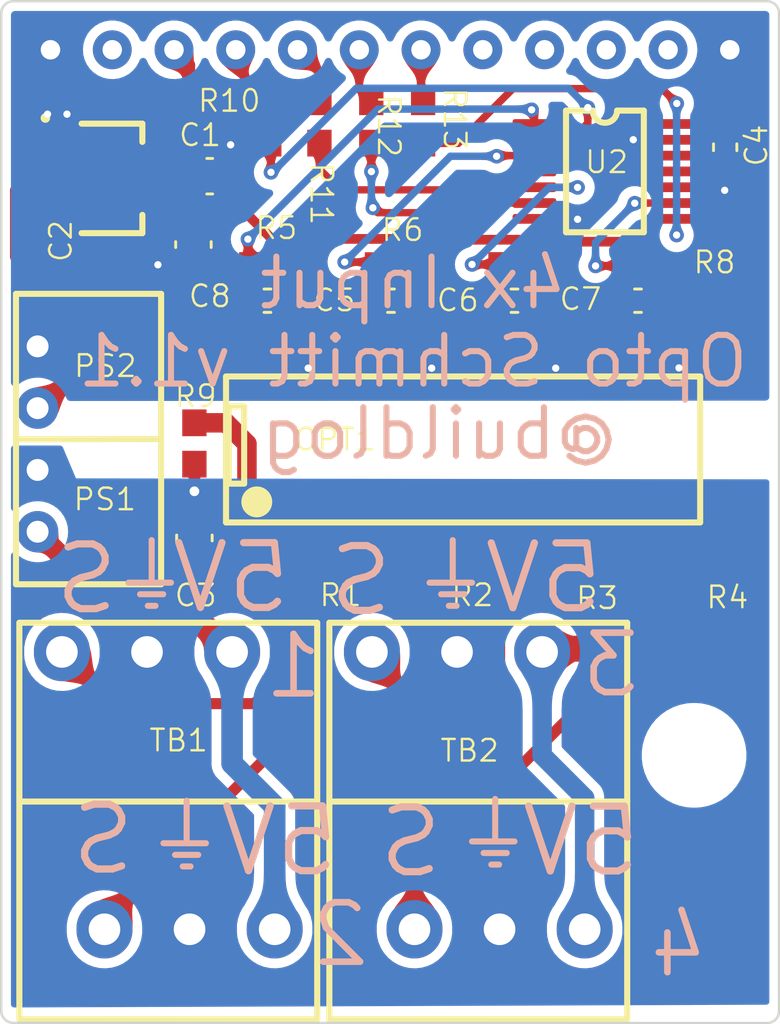
<source format=kicad_pcb>
(kicad_pcb (version 20211014) (generator pcbnew)
  (layers (0 "F.Cu" signal) (31 "B.Cu" signal) (34 "B.Paste" user) (35 "F.Paste" user) (36 "B.SilkS" user "B.Silkscreen") (37 "F.SilkS" user "F.Silkscreen") (38 "B.Mask" user) (39 "F.Mask" user) (44 "Edge.Cuts" user))
  (net 0 "")
  (net 1 "3v3")
  (net 2 "5V")
  (net 3 "Gnd")
  (net 4 "Net_2")
  (net 5 "Net_3")
  (net 6 "Net_4")
  (net 7 "Net_5")
  (net 8 "Net_6")
  (net 9 "Net_8")
  (net 10 "Net_9")
  (net 11 "Net_11")
  (net 12 "Net_12")
  (net 13 "Net_13")
  (net 14 "Net_14")
  (net 15 "Net_15")
  (net 16 "Net_16")
  (net 17 "Net_17")
  (net 18 "Net_18")
  (net 19 "Net_19")
  (net 20 "Net_20")
  (net 21 "Net_21")
  (net 22 "Net_22")
  (net 23 "Net_23")
  (net 24 "Net_24")
  (net 25 "Net_31")
  (footprint "opto:RES_0603" (layer "F.Cu") (at 143.524833 108.481833)
    (fp_text reference "R1" hide)
    (fp_text value "300R" hide)
  )
  (footprint "opto:CAP_0603_N_C5" (layer "F.Cu") (at 148.534867 96.317333 180)
    (fp_text reference "C5" hide)
    (fp_text value "100nF" hide)
  )
  (footprint "opto:SOT89" (layer "F.Cu") (at 136.61 91.29 0.001683672972)
    (fp_text reference "PS2" hide)
    (fp_text value "3.3V" hide)
  )
  (footprint "opto:KF128-3.5-3x2" (layer "F.Cu") (at 151.2511 110.7536)
    (fp_text reference "TB2" hide)
    (fp_text value "KL128H-3.5_3X2" hide)
  )
  (footprint "opto:RES_0603_R4" (layer "F.Cu") (at 159.477333 108.496767)
    (fp_text reference "R4" hide)
    (fp_text value "300R" hide)
  )
  (footprint "opto:RES_0603_R6" (layer "F.Cu") (at 148.86 94.827133 180)
    (fp_text reference "R6" hide)
    (fp_text value "10k" hide)
  )
  (footprint "opto:CAP_0805_N" (layer "F.Cu") (at 141.08 91.2 0.00189413)
    (fp_text reference "C1" hide)
    (fp_text value "1uF" hide)
  )
  (footprint "opto:CAP_0603_N_C5" (layer "F.Cu") (at 143.454833 96.317333 180)
    (fp_text reference "C8" hide)
    (fp_text value "100nF" hide)
  )
  (footprint "opto:RES_0603_R12" (layer "F.Cu") (at 147.724976 88.99 -90)
    (fp_text reference "R12" hide)
    (fp_text value "220R" hide)
  )
  (footprint "opto:TLP521-4SM" (layer "F.Cu") (at 151.5011 102.181333 180)
    (fp_text reference "OPT1" hide)
    (fp_text value "TP521-4" hide)
  )
  (footprint "opto:TSSOP-14" (layer "F.Cu") (at 157.334833 91.0036)
    (fp_text reference "U2" hide)
    (fp_text value "SN74AC14D" hide)
  )
  (footprint "opto:CAP_0805_N_C3" (layer "F.Cu") (at 140.45 106.07 90)
    (fp_text reference "C3" hide)
    (fp_text value "2.2uF" hide)
  )
  (footprint "opto:CAP_0603_N_C5" (layer "F.Cu") (at 153.614867 96.317333 180)
    (fp_text reference "C6" hide)
    (fp_text value "100nF" hide)
  )
  (footprint "opto:CAP_0603_N_C5" (layer "F.Cu") (at 158.694833 96.317333 180)
    (fp_text reference "C7" hide)
    (fp_text value "100nF" hide)
  )
  (footprint "opto:CAP_0805_N" (layer "F.Cu") (at 140.410022 94.01 -89.99852679)
    (fp_text reference "C2" hide)
    (fp_text value "1uF" hide)
  )
  (footprint "opto:KF128-3.5-3x2" (layer "F.Cu") (at 138.5011 110.7536)
    (fp_text reference "TB1" hide)
    (fp_text value "KL128H-3.5_3X2" hide)
  )
  (footprint "opto:RES_0603_R12" (layer "F.Cu") (at 149.857466 88.99 -90)
    (fp_text reference "R13" hide)
    (fp_text value "220R" hide)
  )
  (footprint "opto:RES_0603_R9" (layer "F.Cu") (at 140.45 102.1861 90)
    (fp_text reference "R9" hide)
    (fp_text value "220R" hide)
  )
  (footprint "opto:RES_0603_R8" (layer "F.Cu") (at 159.0011 94.827133 180)
    (fp_text reference "R8" hide)
    (fp_text value "10k" hide)
  )
  (footprint "opto:B0505S-1WR3" (layer "F.Cu") (at 134.0011 102.0036 -90)
    (fp_text reference "PS1" hide)
    (fp_text value "5V" hide)
  )
  (footprint "opto:RES_0603" (layer "F.Cu") (at 149.06 108.47 0.001683672972)
    (fp_text reference "R2" hide)
    (fp_text value "300R" hide)
  )
  (footprint "opto:CNC_Module_V3" (layer "F.Cu") (at 148.5011 86.0036)
    (fp_text reference "MOD1" hide)
    (fp_text value "CNC_MODULE" hide)
    (fp_line (start -15.496447 -1.996447) (end 15.496447 -1.996447) (layer "Edge.Cuts") (width 0.1))
    (fp_line (start 15.996447 -1.496447) (end 15.996447 39.506447) (layer "Edge.Cuts") (width 0.1))
    (fp_line (start -15.996447 39.496447) (end -15.996447 -1.496447) (layer "Edge.Cuts") (width 0.1))
    (fp_line (start 15.496447 40.006447) (end -15.496447 39.996447) (layer "Edge.Cuts") (width 0.1))
    (fp_arc (start 15.996447 39.506447) (mid 15.850001 39.860001) (end 15.496447 40.006447) (layer "Edge.Cuts") (width 0.1))
    (fp_arc (start -15.996447 -1.496447) (mid -15.85 -1.85) (end -15.496447 -1.996447) (layer "Edge.Cuts") (width 0.1))
    (fp_arc (start 15.496447 -1.996447) (mid 15.849987 -1.849987) (end 15.996447 -1.496447) (layer "Edge.Cuts") (width 0.1))
    (fp_arc (start -15.496447 39.996447) (mid -15.85 39.85) (end -15.996447 39.496447) (layer "Edge.Cuts") (width 0.1))
  )
  (footprint "opto:RES_0603_R7" (layer "F.Cu") (at 153.94 94.82 180)
    (fp_text reference "R7" hide)
    (fp_text value "10k" hide)
  )
  (footprint "opto:RES_0603" (layer "F.Cu") (at 145.592488 88.99 -90)
    (fp_text reference "R11" hide)
    (fp_text value "220R" hide)
  )
  (footprint "opto:RES_0603" (layer "F.Cu") (at 154.5011 108.496767)
    (fp_text reference "R3" hide)
    (fp_text value "300R" hide)
  )
  (footprint "opto:RES_0603_R10" (layer "F.Cu") (at 143.53 88.99 -90)
    (fp_text reference "R10" hide)
    (fp_text value "220R" hide)
  )
  (footprint "opto:RES_0603_R5" (layer "F.Cu") (at 143.69 94.82 180)
    (fp_text reference "R5" hide)
    (fp_text value "10k" hide)
  )
  (footprint "opto:CAP_0603_N" (layer "F.Cu") (at 162.28 90.01 -90)
    (fp_text reference "C4" hide)
    (fp_text value "100nF" hide)
  )
  (gr_line (start 139.972 119.57) (end 140.29 119.57) (layer "B.SilkS") (width 0.25))
  (gr_line (start 152.3451 119.0186) (end 153.2971 119.0186) (layer "B.SilkS") (width 0.25))
  (gr_line (start 139.178 118.617) (end 140.924 118.617) (layer "B.SilkS") (width 0.25))
  (gr_line (start 150.1221 107.9066) (end 151.8681 107.9066) (layer "B.SilkS") (width 0.25))
  (gr_line (start 152.8211 116.7966) (end 152.8211 118.3836) (layer "B.SilkS") (width 0.25))
  (gr_line (start 151.0751 106.1596) (end 151.0751 107.7476) (layer "B.SilkS") (width 0.25))
  (gr_line (start 140.131 116.871) (end 140.131 118.459) (layer "B.SilkS") (width 0.25))
  (gr_line (start 138.6921 106.1596) (end 138.6921 107.7476) (layer "B.SilkS") (width 0.25))
  (gr_line (start 151.8681 118.5426) (end 153.6151 118.5426) (layer "B.SilkS") (width 0.25))
  (gr_line (start 152.6621 119.4946) (end 152.9801 119.4946) (layer "B.SilkS") (width 0.25))
  (gr_line (start 150.5981 108.3826) (end 151.5511 108.3826) (layer "B.SilkS") (width 0.25))
  (gr_line (start 150.9161 108.8586) (end 151.2331 108.8586) (layer "B.SilkS") (width 0.25))
  (gr_line (start 138.5341 108.8586) (end 138.8511 108.8586) (layer "B.SilkS") (width 0.25))
  (gr_line (start 138.2161 108.3826) (end 139.1691 108.3826) (layer "B.SilkS") (width 0.25))
  (gr_line (start 137.7401 107.9066) (end 139.4861 107.9066) (layer "B.SilkS") (width 0.25))
  (gr_line (start 139.655 119.094) (end 140.607 119.094) (layer "B.SilkS") (width 0.25))
  (gr_text "@buildlog" (at 150.54 101.78) (layer "B.SilkS") (effects (font (size 2 2) (thickness 0.25)) (justify mirror)))
  (gr_text "S" (at 148.76 106.27) (layer "B.SilkS") (effects (font (size 2.664 2.664) (thickness 0.296)) (justify left top mirror)))
  (gr_text "1" (at 145.87 109.91) (layer "B.SilkS") (effects (font (size 2.4426 2.4426) (thickness 0.2714)) (justify left top mirror)))
  (gr_text "5V" (at 146.55 116.97) (layer "B.SilkS") (effects (font (size 2.664 2.664) (thickness 0.296)) (justify left top mirror)))
  (gr_text "5V" (at 157.42 106.16) (layer "B.SilkS") (effects (font (size 2.664 2.664) (thickness 0.296)) (justify left top mirror)))
  (gr_text "3" (at 158.91 109.86) (layer "B.SilkS") (effects (font (size 2.4426 2.4426) (thickness 0.2714)) (justify left top mirror)))
  (gr_text "4" (at 161.71 121.37) (layer "B.SilkS") (effects (font (size 2.4426 2.4426) (thickness 0.2714)) (justify left top mirror)))
  (gr_text "S" (at 150.81 117.01) (layer "B.SilkS") (effects (font (size 2.664 2.664) (thickness 0.296)) (justify left top mirror)))
  (gr_text "5V" (at 144.57 106.15) (layer "B.SilkS") (effects (font (size 2.664 2.664) (thickness 0.296)) (justify left top mirror)))
  (gr_text "4x Input\nOpto Schmitt v1.1" (at 149.44 97.2) (layer "B.SilkS") (effects (font (size 2 2) (thickness 0.25)) (justify mirror)))
  (gr_text "S" (at 137.48 106.2) (layer "B.SilkS") (effects (font (size 2.664 2.664) (thickness 0.296)) (justify left top mirror)))
  (gr_text "2" (at 147.79 120.94) (layer "B.SilkS") (effects (font (size 2.4426 2.4426) (thickness 0.2714)) (justify left top mirror)))
  (gr_text "5V" (at 158.96 116.98) (layer "B.SilkS") (effects (font (size 2.664 2.664) (thickness 0.296)) (justify left top mirror)))
  (gr_text "S" (at 138.16 116.9) (layer "B.SilkS") (effects (font (size 2.664 2.664) (thickness 0.296)) (justify left top mirror)))
  (gr_text "C5" (at 145.28 96.82) (layer "F.SilkS") (effects (font (size 0.8883 0.8883) (thickness 0.0987)) (justify left bottom)))
  (gr_text "PS1" (at 135.41 105) (layer "F.SilkS") (effects (font (size 0.8883 0.8883) (thickness 0.0987)) (justify left bottom)))
  (gr_text "R10" (at 140.53 88.62) (layer "F.SilkS") (effects (font (size 0.8883 0.8883) (thickness 0.0987)) (justify left bottom)))
  (gr_text "R1" (at 145.53 108.94) (layer "F.SilkS") (effects (font (size 0.8883 0.8883) (thickness 0.0987)) (justify left bottom)))
  (gr_text "" (at 155.7351 88.5036) (layer "F.SilkS") (effects (font (size 0 0)) (justify left)))
  (gr_text "" (at 155.7351 88.5036) (layer "F.SilkS") (effects (font (size 0 0)) (justify left)))
  (gr_text "" (at 133.3661 102.0036 270) (layer "F.SilkS") (effects (font (size 0 0)) (justify left)))
  (gr_text "TB1" (at 138.53 114.91) (layer "F.SilkS") (effects (font (size 0.8883 0.8883) (thickness 0.0987)) (justify left bottom)))
  (gr_text "C3" (at 139.57 108.95) (layer "F.SilkS") (effects (font (size 0.8883 0.8883) (thickness 0.0987)) (justify left bottom)))
  (gr_text "" (at 139.4801 88.9876 0.001683672972) (layer "F.SilkS") (effects (font (size 0 0)) (justify left)))
  (gr_text "R8" (at 160.91 95.26) (layer "F.SilkS") (effects (font (size 0.8883 0.8883) (thickness 0.0987)) (justify left bottom)))
  (gr_text "R4" (at 161.44 109.03) (layer "F.SilkS") (effects (font (size 0.8883 0.8883) (thickness 0.0987)) (justify left bottom)))
  (gr_text "R11" (at 145.16 90.57 270) (layer "F.SilkS") (effects (font (size 0.8883 0.8883) (thickness 0.0987)) (justify left bottom)))
  (gr_text "PS2" (at 135.43 99.52 0.001683672972) (layer "F.SilkS") (effects (font (size 0.8883 0.8883) (thickness 0.0987)) (justify left bottom)))
  (gr_text "R3" (at 156.08 109.06) (layer "F.SilkS") (effects (font (size 0.8883 0.8883) (thickness 0.0987)) (justify left bottom)))
  (gr_text "R2" (at 150.95 108.94 0.001683672972) (layer "F.SilkS") (effects (font (size 0.8883 0.8883) (thickness 0.0987)) (justify left bottom)))
  (gr_text "TB2" (at 150.5 115.33) (layer "F.SilkS") (effects (font (size 0.8883 0.8883) (thickness 0.0987)) (justify left bottom)))
  (gr_text "" (at 158.9351 88.5036) (layer "F.SilkS") (effects (font (size 0 0)) (justify left)))
  (gr_text "C2" (at 135.4741 94.7976 90.00147321) (layer "F.SilkS") (effects (font (size 0.8883 0.8883) (thickness 0.0987)) (justify left bottom)))
  (gr_text "" (at 155.7351 93.5036) (layer "F.SilkS") (effects (font (size 0 0)) (justify left)))
  (gr_text "C4" (at 164.08 90.87 90) (layer "F.SilkS") (effects (font (size 0.8883 0.8883) (thickness 0.0987)) (justify left bottom)))
  (gr_text "OPT1" (at 144.5 102.54) (layer "F.SilkS") (effects (font (size 0.8883 0.8883) (thickness 0.0987)) (justify left bottom)))
  (gr_text "R5" (at 142.89 93.85) (layer "F.SilkS") (effects (font (size 0.8883 0.8883) (thickness 0.0987)) (justify left bottom)))
  (gr_text "C1" (at 139.75 90.03 0.0018941) (layer "F.SilkS") (effects (font (size 0.8883 0.8883) (thickness 0.0987)) (justify left bottom)))
  (gr_text "R9" (at 139.5731 100.7576) (layer "F.SilkS") (effects (font (size 0.8883 0.8883) (thickness 0.0987)) (justify left bottom)))
  (gr_text "C8" (at 140.15 96.65) (layer "F.SilkS") (effects (font (size 0.8883 0.8883) (thickness 0.0987)) (justify left bottom)))
  (gr_text "" (at 157.8351 88.5036) (layer "F.SilkS") (effects (font (size 0 0)) (justify left)))
  (gr_text "" (at 141.9801 88.9876 0.001683672972) (layer "F.SilkS") (effects (font (size 0 0)) (justify left)))
  (gr_text "C6" (at 150.35 96.82) (layer "F.SilkS") (effects (font (size 0.8883 0.8883) (thickness 0.0987)) (justify left bottom)))
  (gr_text "" (at 141.9801 93.4876 0.001683672972) (layer "F.SilkS") (effects (font (size 0 0)) (justify left)))
  (gr_text "" (at 141.9801 92.7366 0.001683672972) (layer "F.SilkS") (effects (font (size 0 0)) (justify left)))
  (gr_text "" (at 139.0811 96.0346 270) (layer "F.SilkS") (effects (font (size 0 0)) (justify left)))
  (gr_text "R12" (at 147.932633 87.772667 270) (layer "F.SilkS") (effects (font (size 0.8883 0.8883) (thickness 0.0987)) (justify left bottom)))
  (gr_text "C7" (at 155.4 96.77) (layer "F.SilkS") (effects (font (size 0.8883 0.8883) (thickness 0.0987)) (justify left bottom)))
  (gr_text "U2" (at 156.45 91.14) (layer "F.SilkS") (effects (font (size 0.8883 0.8883) (thickness 0.0987)) (justify left bottom)))
  (gr_text "R13" (at 150.64 87.49 270) (layer "F.SilkS") (effects (font (size 0.8883 0.8883) (thickness 0.0987)) (justify left bottom)))
  (gr_text "" (at 156.8351 88.5036) (layer "F.SilkS") (effects (font (size 0 0)) (justify left)))
  (gr_text "" (at 137.7951 88.5606 0.001683672972) (layer "F.SilkS") (effects (font (size 0 0)) (justify left)))
  (gr_text "R6" (at 148.08 93.93) (layer "F.SilkS") (effects (font (size 0.8883 0.8883) (thickness 0.0987)) (justify left bottom)))
  (segment (start 144.52 94.78) (end 145.522633 93.777367) (width 0.4) (layer "F.Cu") (net 1))
  (segment (start 144.3511 94.4711) (end 144.5 94.62) (width 0.3048) (layer "F.Cu") (net 1))
  (segment (start 144.5 94.641792) (end 142.628208 92.77) (width 0.4) (layer "F.Cu") (net 1))
  (segment (start 144.52 94.8) (end 144.54 94.82) (width 0.3048) (layer "F.Cu") (net 1))
  (segment (start 144.5 94.77) (end 144.5 94.641792) (width 0.4) (layer "F.Cu") (net 1))
  (segment (start 134.810044 92.790053) (end 135.169991 93.15) (width 0.3) (layer "F.Cu") (net 1))
  (segment (start 162.28 89.26) (end 163.6161 90.5961) (width 0.4) (layer "F.Cu") (net 1))
  (segment (start 140.4 93.15) (end 140.41 93.16) (width 0.3) (layer "F.Cu") (net 1))
  (segment (start 144.52 94.78) (end 144.52 94.8) (width 0.3048) (layer "F.Cu") (net 1))
  (segment (start 145.522633 93.777367) (end 148.6936 93.777367) (width 0.4) (layer "F.Cu") (net 1))
  (segment (start 161.931333 94.827133) (end 159.8511 94.827133) (width 0.4) (layer "F.Cu") (net 1))
  (segment (start 163.6161 93.142367) (end 161.931333 94.827133) (width 0.4) (layer "F.Cu") (net 1))
  (segment (start 150.76 93.81) (end 149.76 94.81) (width 0.4) (layer "F.Cu") (net 1))
  (segment (start 149.742867 94.827133) (end 149.76 94.81) (width 0.3048) (layer "F.Cu") (net 1))
  (segment (start 162.0736 89.0536) (end 162.28 89.26) (width 0.3048) (layer "F.Cu") (net 1))
  (segment (start 155.72 93.89) (end 158.913967 93.89) (width 0.4) (layer "F.Cu") (net 1))
  (segment (start 149.743367 94.827133) (end 149.71 94.827133) (width 0.3048) (layer "F.Cu") (net 1))
  (segment (start 154.79 94.82) (end 155.72 93.89) (width 0.4) (layer "F.Cu") (net 1))
  (segment (start 154.78 94.82) (end 154.79 94.82) (width 0.3048) (layer "F.Cu") (net 1))
  (segment (start 160.234833 89.0536) (end 162.0736 89.0536) (width 0.35) (layer "F.Cu") (net 1))
  (segment (start 154.79 94.82) (end 153.78 93.81) (width 0.4) (layer "F.Cu") (net 1))
  (segment (start 148.6936 93.777367) (end 149.743367 94.827133) (width 0.4) (layer "F.Cu") (net 1))
  (segment (start 149.71 94.827133) (end 149.742867 94.827133) (width 0.3048) (layer "F.Cu") (net 1))
  (segment (start 144.5 94.62) (end 144.5 94.77) (width 0.3048) (layer "F.Cu") (net 1))
  (segment (start 135.169991 93.15) (end 140.4 93.15) (width 0.4) (layer "F.Cu") (net 1))
  (segment (start 153.78 93.81) (end 150.76 93.81) (width 0.4) (layer "F.Cu") (net 1))
  (segment (start 140.8 92.77) (end 140.41 93.16) (width 0.3048) (layer "F.Cu") (net 1))
  (segment (start 142.628208 92.77) (end 140.8 92.77) (width 0.4) (layer "F.Cu") (net 1))
  (segment (start 163.6161 90.5961) (end 163.6161 93.142367) (width 0.4) (layer "F.Cu") (net 1))
  (segment (start 158.913967 93.89) (end 159.8511 94.827133) (width 0.4) (layer "F.Cu") (net 1))
  (segment (start 133.183526 91.796474) (end 133.69 91.29) (width 0.635) (layer "F.Cu") (net 2))
  (segment (start 135.72 97.03) (end 133.183526 94.493526) (width 0.635) (layer "F.Cu") (net 2))
  (segment (start 140.23 91.200028) (end 136.699972 91.200028) (width 0.5) (layer "F.Cu") (net 2))
  (segment (start 134.0011 100.7336) (end 134.117333 100.7336) (width 0.635) (layer "F.Cu") (net 2))
  (segment (start 139.610967 86.0036) (end 139.610967 86.5997) (width 0.3048) (layer "F.Cu") (net 2))
  (segment (start 135.72 99.130933) (end 135.72 97.03) (width 0.635) (layer "F.Cu") (net 2))
  (segment (start 133.69 91.29) (end 136.61 91.29) (width 0.635) (layer "F.Cu") (net 2))
  (segment (start 140.23 86.6225) (end 140.23 91.200028) (width 0.5) (layer "F.Cu") (net 2))
  (segment (start 136.699972 91.200028) (end 136.61 91.29) (width 0.5) (layer "F.Cu") (net 2))
  (segment (start 133.183526 94.493526) (end 133.183526 91.796474) (width 0.635) (layer "F.Cu") (net 2))
  (segment (start 134.117333 100.7336) (end 135.72 99.130933) (width 0.635) (layer "F.Cu") (net 2))
  (segment (start 139.6111 86.0036) (end 140.23 86.6225) (width 0.5) (layer "F.Cu") (net 2))
  (segment (start 160.3911 99.0689) (end 160.3911 97.931333) (width 0.3048) (layer "F.Cu") (net 3))
  (segment (start 145.1511 97.931333) (end 145.1511 97.2636) (width 0.3048) (layer "F.Cu") (net 3))
  (segment (start 141.93 91.199972) (end 141.93 89.96) (width 0.5) (layer "F.Cu") (net 3))
  (segment (start 156.21 92.97) (end 156.1936 92.9536) (width 0.3048) (layer "F.Cu") (net 3))
  (segment (start 145.1511 97.2636) (end 144.204833 96.317333) (width 0.3048) (layer "F.Cu") (net 3))
  (segment (start 150.2311 97.263567) (end 149.284867 96.317333) (width 0.3048) (layer "F.Cu") (net 3))
  (segment (start 160.3911 97.2636) (end 159.444833 96.317333) (width 0.3048) (layer "F.Cu") (net 3))
  (segment (start 162.28 90.76) (end 162.0364 91.0036) (width 0.3048) (layer "F.Cu") (net 3))
  (segment (start 160.3911 97.931333) (end 160.3911 97.2636) (width 0.3048) (layer "F.Cu") (net 3))
  (segment (start 140.390044 94.84) (end 140.410044 94.86) (width 0.5) (layer "F.Cu") (net 3))
  (segment (start 158.5036 89.7036) (end 160.234833 89.7036) (width 0.3048) (layer "F.Cu") (net 3))
  (segment (start 138.95 94.84) (end 140.390044 94.84) (width 0.5) (layer "F.Cu") (net 3))
  (segment (start 150.21 99.09) (end 150.2311 99.0689) (width 0.3048) (layer "F.Cu") (net 3))
  (segment (start 155.3111 97.263567) (end 154.364867 96.317333) (width 0.3048) (layer "F.Cu") (net 3))
  (segment (start 145.1511 99.0689) (end 145.1511 97.931333) (width 0.3048) (layer "F.Cu") (net 3))
  (segment (start 162.28 91.76) (end 162.28 90.76) (width 0.3048) (layer "F.Cu") (net 3))
  (segment (start 150.2311 97.931333) (end 150.2311 97.263567) (width 0.3048) (layer "F.Cu") (net 3))
  (segment (start 155.3111 99.0889) (end 155.3111 97.931333) (width 0.3048) (layer "F.Cu") (net 3))
  (segment (start 162.26 91.78) (end 162.28 91.76) (width 0.3048) (layer "F.Cu") (net 3))
  (segment (start 158.5 89.7) (end 158.5036 89.7036) (width 0.3048) (layer "F.Cu") (net 3))
  (segment (start 155.3111 97.931333) (end 155.3111 97.263567) (width 0.3048) (layer "F.Cu") (net 3))
  (segment (start 155.31 99.09) (end 155.3111 99.0889) (width 0.3048) (layer "F.Cu") (net 3))
  (segment (start 160.38 99.08) (end 160.3911 99.0689) (width 0.3048) (layer "F.Cu") (net 3))
  (segment (start 145.13 99.09) (end 145.1511 99.0689) (width 0.3048) (layer "F.Cu") (net 3))
  (segment (start 150.2311 99.0689) (end 150.2311 97.931333) (width 0.3048) (layer "F.Cu") (net 3))
  (segment (start 162.0364 91.0036) (end 160.234833 91.0036) (width 0.35) (layer "F.Cu") (net 3))
  (segment (start 156.1936 92.9536) (end 154.435033 92.9536) (width 0.3048) (layer "F.Cu") (net 3))
  (via (at 138.95 94.84) (size 0.6) (drill 0.3) (layers "F.Cu" "B.Cu") (net 3))
  (via (at 158.5 89.7) (size 0.6) (drill 0.3) (layers "F.Cu" "B.Cu") (net 3))
  (via (at 162.26 91.78) (size 0.6) (drill 0.3) (layers "F.Cu" "B.Cu") (net 3))
  (via (at 156.21 92.97) (size 0.6) (drill 0.3) (layers "F.Cu" "B.Cu") (net 3))
  (via (at 141.94 89.91) (size 0.6) (drill 0.3) (layers "F.Cu" "B.Cu") (net 3))
  (via (at 160.38 99.08) (size 0.6) (drill 0.3) (layers "F.Cu" "B.Cu") (net 3))
  (via (at 135.21 88.65) (size 0.6) (drill 0.3) (layers "F.Cu" "B.Cu") (net 3))
  (via (at 134.41 88.65) (size 0.6) (drill 0.3) (layers "F.Cu" "B.Cu") (net 3))
  (via (at 150.21 99.09) (size 0.6) (drill 0.3) (layers "F.Cu" "B.Cu") (net 3))
  (via (at 145.13 99.09) (size 0.6) (drill 0.3) (layers "F.Cu" "B.Cu") (net 3))
  (via (at 155.31 99.09) (size 0.6) (drill 0.3) (layers "F.Cu" "B.Cu") (net 3))
  (segment (start 140.342367 101.3361) (end 140.180033 101.3361) (width 0.4064) (layer "F.Cu") (net 4))
  (segment (start 142.6111 106.931333) (end 142.6111 105.8589) (width 0.8) (layer "F.Cu") (net 4))
  (segment (start 158 106.782433) (end 157.8511 106.931333) (width 0.4064) (layer "F.Cu") (net 4))
  (segment (start 157.8511 105.9811) (end 157.8511 106.931333) (width 0.8) (layer "F.Cu") (net 4))
  (segment (start 147.6911 106.931333) (end 147.6911 104.6111) (width 0.3) (layer "F.Cu") (net 4))
  (segment (start 157.03 109.94) (end 157.03 107.752433) (width 0.8) (layer "F.Cu") (net 4))
  (segment (start 147.65 104.57) (end 152.77 104.57) (width 0.8) (layer "F.Cu") (net 4))
  (segment (start 157.03 107.752433) (end 157.8511 106.931333) (width 0.8) (layer "F.Cu") (net 4))
  (segment (start 134.0011 105.8136) (end 135.1175 106.93) (width 0.8) (layer "F.Cu") (net 4))
  (segment (start 147.6911 104.6111) (end 147.65 104.57) (width 0.3) (layer "F.Cu") (net 4))
  (segment (start 156.2164 110.7536) (end 157.03 109.94) (width 0.8) (layer "F.Cu") (net 4))
  (segment (start 134.0011 105.8136) (end 134.0011 105.8136) (width 0.635) (layer "F.Cu") (net 4))
  (segment (start 156.44 104.57) (end 157.8511 105.9811) (width 0.8) (layer "F.Cu") (net 4))
  (segment (start 143.9 104.57) (end 147.65 104.57) (width 0.8) (layer "F.Cu") (net 4))
  (segment (start 141.75 101.3361) (end 140.45 101.3361) (width 0.8) (layer "F.Cu") (net 4))
  (segment (start 140.45 109.2025) (end 140.45 106.92) (width 0.889) (layer "F.Cu") (net 4))
  (segment (start 134.0011 105.8136) (end 134.0011 105.8136) (width 0.4064) (layer "F.Cu") (net 4))
  (segment (start 142.0011 110.7536) (end 140.45 109.2025) (width 0.889) (layer "F.Cu") (net 4))
  (segment (start 142.6111 106.931333) (end 142.6111 102.1972) (width 0.8) (layer "F.Cu") (net 4))
  (segment (start 152.77 104.57) (end 156.44 104.57) (width 0.8) (layer "F.Cu") (net 4))
  (segment (start 140.45 106.92) (end 142.599767 106.92) (width 0.8) (layer "F.Cu") (net 4))
  (segment (start 142.6111 105.8589) (end 143.9 104.57) (width 0.8) (layer "F.Cu") (net 4))
  (segment (start 152.7711 106.931333) (end 152.7711 104.5711) (width 0.3) (layer "F.Cu") (net 4))
  (segment (start 140.44 106.93) (end 140.45 106.92) (width 0.8) (layer "F.Cu") (net 4))
  (segment (start 142.599767 106.92) (end 142.6111 106.931333) (width 0.8) (layer "F.Cu") (net 4))
  (segment (start 142.6111 102.1972) (end 141.75 101.3361) (width 0.8) (layer "F.Cu") (net 4))
  (segment (start 135.1175 106.93) (end 140.44 106.93) (width 0.8) (layer "F.Cu") (net 4))
  (segment (start 154.7511 110.7536) (end 156.2164 110.7536) (width 0.8) (layer "F.Cu") (net 4))
  (segment (start 152.7711 104.5711) (end 152.77 104.57) (width 0.3) (layer "F.Cu") (net 4))
  (segment (start 154.7511 110.7536) (end 154.7511 115.0011) (width 0.8) (layer "B.Cu") (net 4))
  (segment (start 143.7511 117.0911) (end 143.7511 122.1536) (width 0.889) (layer "B.Cu") (net 4))
  (segment (start 156.5011 116.7511) (end 156.5011 122.1536) (width 0.8) (layer "B.Cu") (net 4))
  (segment (start 154.7511 115.0011) (end 156.5011 116.7511) (width 0.8) (layer "B.Cu") (net 4))
  (segment (start 142.0011 110.7536) (end 142.0011 115.3411) (width 0.889) (layer "B.Cu") (net 4))
  (segment (start 142.0011 115.3411) (end 143.7511 117.0911) (width 0.889) (layer "B.Cu") (net 4))
  (segment (start 144.374833 108.481833) (end 144.374833 108.044367) (width 0.3556) (layer "F.Cu") (net 5))
  (segment (start 144.374833 108.044367) (end 145.1511 107.2681) (width 0.3556) (layer "F.Cu") (net 5))
  (segment (start 145.1511 107.2681) (end 145.1511 106.931333) (width 0.3556) (layer "F.Cu") (net 5))
  (segment (start 149.91 107.252433) (end 150.2311 106.931333) (width 0.3556) (layer "F.Cu") (net 6))
  (segment (start 149.91 108.469975) (end 149.91 107.252433) (width 0.3556) (layer "F.Cu") (net 6))
  (segment (start 155.3511 108.496767) (end 155.3511 107.1761) (width 0.3556) (layer "F.Cu") (net 7))
  (segment (start 155.3111 107.1361) (end 155.3111 106.931333) (width 0.3556) (layer "F.Cu") (net 7))
  (segment (start 155.3511 107.1761) (end 155.3111 107.1361) (width 0.3556) (layer "F.Cu") (net 7))
  (segment (start 160.327333 107.274567) (end 160.3911 107.2108) (width 0.3556) (layer "F.Cu") (net 8))
  (segment (start 160.327333 108.496767) (end 160.327333 107.274567) (width 0.3556) (layer "F.Cu") (net 8))
  (segment (start 160.3911 107.2108) (end 160.3911 106.931333) (width 0.3556) (layer "F.Cu") (net 8))
  (segment (start 142.6111 95.0489) (end 142.84 94.82) (width 0.3048) (layer "F.Cu") (net 9))
  (segment (start 142.6511 93.787367) (end 142.6511 94.6311) (width 0.3048) (layer "F.Cu") (net 9))
  (segment (start 154.32 88.47) (end 154.434833 88.584833) (width 0.3048) (layer "F.Cu") (net 9))
  (segment (start 154.434833 88.584833) (end 154.434833 89.0536) (width 0.3048) (layer "F.Cu") (net 9))
  (segment (start 142.6111 97.931333) (end 142.6111 95.0489) (width 0.3048) (layer "F.Cu") (net 9))
  (segment (start 142.6511 94.6311) (end 142.84 94.82) (width 0.3048) (layer "F.Cu") (net 9))
  (via (at 154.32 88.47) (size 0.6) (drill 0.3) (layers "F.Cu" "B.Cu") (net 9))
  (via (at 142.6511 93.787367) (size 0.6) (drill 0.3) (layers "F.Cu" "B.Cu") (net 9))
  (segment (start 147.998467 88.44) (end 142.6511 93.787367) (width 0.3048) (layer "B.Cu") (net 9))
  (segment (start 154.32 88.47) (end 154.29 88.44) (width 0.3048) (layer "B.Cu") (net 9))
  (segment (start 154.29 88.44) (end 147.998467 88.44) (width 0.3048) (layer "B.Cu") (net 9))
  (segment (start 147.6911 97.931333) (end 147.6911 95.146033) (width 0.3048) (layer "F.Cu") (net 10))
  (segment (start 147.6911 95.146033) (end 148.01 94.827133) (width 0.3048) (layer "F.Cu") (net 10))
  (segment (start 146.629867 94.729833) (end 147.9127 94.729833) (width 0.3048) (layer "F.Cu") (net 10))
  (segment (start 152.88 90.38) (end 152.9064 90.3536) (width 0.3048) (layer "F.Cu") (net 10))
  (segment (start 152.9064 90.3536) (end 154.434833 90.3536) (width 0.3048) (layer "F.Cu") (net 10))
  (segment (start 147.9127 94.729833) (end 148.01 94.827133) (width 0.3048) (layer "F.Cu") (net 10))
  (via (at 146.629867 94.729833) (size 0.6) (drill 0.3) (layers "F.Cu" "B.Cu") (net 10))
  (via (at 152.88 90.38) (size 0.6) (drill 0.3) (layers "F.Cu" "B.Cu") (net 10))
  (segment (start 152.88 90.38) (end 150.9797 90.38) (width 0.3048) (layer "B.Cu") (net 10))
  (segment (start 150.9797 90.38) (end 146.629867 94.729833) (width 0.3048) (layer "B.Cu") (net 10))
  (segment (start 156.21 91.66) (end 156.2036 91.6536) (width 0.3048) (layer "F.Cu") (net 11))
  (segment (start 152.7711 95.1389) (end 153.09 94.82) (width 0.3048) (layer "F.Cu") (net 11))
  (segment (start 151.8686 94.827133) (end 151.8686 94.827133) (width 0.3048) (layer "F.Cu") (net 11))
  (segment (start 156.2036 91.6536) (end 154.434833 91.6536) (width 0.3048) (layer "F.Cu") (net 11))
  (segment (start 153.082867 94.827133) (end 153.09 94.82) (width 0.3048) (layer "F.Cu") (net 11))
  (segment (start 152.7711 97.931333) (end 152.7711 95.1389) (width 0.3048) (layer "F.Cu") (net 11))
  (segment (start 151.8686 94.827133) (end 153.082867 94.827133) (width 0.3048) (layer "F.Cu") (net 11))
  (via (at 156.21 91.66) (size 0.6) (drill 0.3) (layers "F.Cu" "B.Cu") (net 11))
  (via (at 151.8686 94.827133) (size 0.6) (drill 0.3) (layers "F.Cu" "B.Cu") (net 11))
  (segment (start 156.21 91.66) (end 155.035733 91.66) (width 0.3048) (layer "B.Cu") (net 11))
  (segment (start 155.035733 91.66) (end 151.8686 94.827133) (width 0.3048) (layer "B.Cu") (net 11))
  (segment (start 158.212567 94.8886) (end 158.1511 94.827133) (width 0.3048) (layer "F.Cu") (net 12))
  (segment (start 158.5664 92.3036) (end 160.234833 92.3036) (width 0.3048) (layer "F.Cu") (net 12))
  (segment (start 157.8511 95.127133) (end 158.1511 94.827133) (width 0.3048) (layer "F.Cu") (net 12))
  (segment (start 158.56 92.31) (end 158.5664 92.3036) (width 0.3048) (layer "F.Cu") (net 12))
  (segment (start 157.8511 97.931333) (end 157.8511 95.127133) (width 0.3048) (layer "F.Cu") (net 12))
  (segment (start 156.9486 94.8886) (end 158.212567 94.8886) (width 0.3048) (layer "F.Cu") (net 12))
  (via (at 158.56 92.31) (size 0.6) (drill 0.3) (layers "F.Cu" "B.Cu") (net 12))
  (via (at 156.9486 94.8886) (size 0.6) (drill 0.3) (layers "F.Cu" "B.Cu") (net 12))
  (segment (start 158.56 92.31) (end 156.9486 93.9214) (width 0.3048) (layer "B.Cu") (net 12))
  (segment (start 156.9486 93.9214) (end 156.9486 94.8886) (width 0.3048) (layer "B.Cu") (net 12))
  (segment (start 142.92 112.88) (end 137.1275 112.88) (width 0.4572) (layer "F.Cu") (net 13))
  (segment (start 143.94 111.86) (end 142.92 112.88) (width 0.4572) (layer "F.Cu") (net 13))
  (segment (start 142.729333 108.481833) (end 142.674833 108.481833) (width 0.4572) (layer "F.Cu") (net 13))
  (segment (start 142.674833 108.481833) (end 142.674833 108.574833) (width 0.4572) (layer "F.Cu") (net 13))
  (segment (start 142.674833 108.574833) (end 143.94 109.84) (width 0.4572) (layer "F.Cu") (net 13))
  (segment (start 143.94 109.84) (end 143.94 111.86) (width 0.4572) (layer "F.Cu") (net 13))
  (segment (start 137.1275 112.88) (end 135.0011 110.7536) (width 0.4572) (layer "F.Cu") (net 13))
  (segment (start 145.39 109.8647) (end 146.772833 108.481867) (width 0.4572) (layer "F.Cu") (net 14))
  (segment (start 145.39 113.1147) (end 145.39 109.8647) (width 0.4572) (layer "F.Cu") (net 14))
  (segment (start 146.772833 108.481867) (end 148.1511 108.481867) (width 0.4572) (layer "F.Cu") (net 14))
  (segment (start 136.7511 121.7536) (end 145.39 113.1147) (width 0.4572) (layer "F.Cu") (net 14))
  (segment (start 153.0011 111.8289) (end 153.0011 109.146767) (width 0.4572) (layer "F.Cu") (net 15))
  (segment (start 147.7511 110.7536) (end 147.7511 111.1011) (width 0.4572) (layer "F.Cu") (net 15))
  (segment (start 147.7511 111.1011) (end 149.4 112.75) (width 0.4572) (layer "F.Cu") (net 15))
  (segment (start 152.08 112.75) (end 153.0011 111.8289) (width 0.4572) (layer "F.Cu") (net 15))
  (segment (start 153.0011 109.146767) (end 153.6511 108.496767) (width 0.4572) (layer "F.Cu") (net 15))
  (segment (start 149.4 112.75) (end 152.08 112.75) (width 0.4572) (layer "F.Cu") (net 15))
  (segment (start 149.5011 122.1536) (end 149.5011 119.8089) (width 0.4572) (layer "F.Cu") (net 16))
  (segment (start 158.627333 110.682667) (end 158.627333 108.496767) (width 0.4572) (layer "F.Cu") (net 16))
  (segment (start 149.5011 119.8089) (end 158.627333 110.682667) (width 0.4572) (layer "F.Cu") (net 16))
  (segment (start 149.770967 88.046499) (end 149.667466 88.15) (width 0.3048) (layer "F.Cu") (net 17))
  (segment (start 149.6336 88.116134) (end 149.667466 88.15) (width 0.3048) (layer "F.Cu") (net 17))
  (segment (start 149.770967 86.0036) (end 149.770967 88.046499) (width 0.3048) (layer "F.Cu") (net 17))
  (segment (start 142.150967 86.760967) (end 143.53 88.14) (width 0.3048) (layer "F.Cu") (net 18))
  (segment (start 142.150967 86.0036) (end 142.150967 86.760967) (width 0.3048) (layer "F.Cu") (net 18))
  (segment (start 145.592488 88.14) (end 145.582488 88.15) (width 0.3048) (layer "F.Cu") (net 19))
  (segment (start 144.690967 86.0036) (end 144.6911 86.0036) (width 0.3048) (layer "F.Cu") (net 19))
  (segment (start 144.6911 86.0036) (end 145.592488 86.904988) (width 0.3048) (layer "F.Cu") (net 19))
  (segment (start 145.592488 86.904988) (end 145.592488 88.14) (width 0.3048) (layer "F.Cu") (net 19))
  (segment (start 147.2311 86.0036) (end 147.2311 87.646124) (width 0.3048) (layer "F.Cu") (net 20))
  (segment (start 147.2311 87.646124) (end 147.724976 88.14) (width 0.3048) (layer "F.Cu") (net 20))
  (segment (start 156.6311 89.014833) (end 155.942333 89.7036) (width 0.3048) (layer "F.Cu") (net 21))
  (segment (start 155.942333 89.7036) (end 154.434833 89.7036) (width 0.3048) (layer "F.Cu") (net 21))
  (segment (start 143.6 89.91) (end 143.43 89.74) (width 0.3048) (layer "F.Cu") (net 21))
  (segment (start 156.6311 88.379833) (end 156.6311 89.014833) (width 0.3048) (layer "F.Cu") (net 21))
  (segment (start 143.6 91.04) (end 143.6 89.91) (width 0.3048) (layer "F.Cu") (net 21))
  (via (at 143.6 91.04) (size 0.6) (drill 0.3) (layers "F.Cu" "B.Cu") (net 21))
  (via (at 156.6311 88.379833) (size 0.6) (drill 0.3) (layers "F.Cu" "B.Cu") (net 21))
  (segment (start 155.837367 87.5861) (end 156.6311 88.379833) (width 0.3048) (layer "B.Cu") (net 21))
  (segment (start 147.11 87.59) (end 147.1139 87.5861) (width 0.3048) (layer "B.Cu") (net 21))
  (segment (start 147.1139 87.5861) (end 155.837367 87.5861) (width 0.3048) (layer "B.Cu") (net 21))
  (segment (start 143.658733 91.04) (end 147.108733 87.59) (width 0.3048) (layer "B.Cu") (net 21))
  (segment (start 143.6 91.04) (end 143.658733 91.04) (width 0.3048) (layer "B.Cu") (net 21))
  (segment (start 154.434833 91.0036) (end 153.531133 91.0036) (width 0.3) (layer "F.Cu") (net 22))
  (segment (start 153.531133 91.0036) (end 152.774733 91.76) (width 0.3) (layer "F.Cu") (net 22))
  (segment (start 146.45 91.76) (end 145.592488 90.902488) (width 0.3) (layer "F.Cu") (net 22))
  (segment (start 152.774733 91.76) (end 146.45 91.76) (width 0.3) (layer "F.Cu") (net 22))
  (segment (start 145.592488 90.902488) (end 145.592488 90.061255) (width 0.3) (layer "F.Cu") (net 22))
  (segment (start 160.282333 93.0011) (end 160.234833 92.9536) (width 0.3048) (layer "F.Cu") (net 23))
  (segment (start 151.3 89.85) (end 149.667466 89.85) (width 0.3048) (layer "F.Cu") (net 23))
  (segment (start 159.68 87.6) (end 153.55 87.6) (width 0.3048) (layer "F.Cu") (net 23))
  (segment (start 153.55 87.6) (end 151.3 89.85) (width 0.3048) (layer "F.Cu") (net 23))
  (segment (start 160.29 88.21) (end 159.68 87.6) (width 0.3048) (layer "F.Cu") (net 23))
  (segment (start 160.282333 93.6186) (end 160.282333 93.0011) (width 0.3048) (layer "F.Cu") (net 23))
  (via (at 160.29 88.21) (size 0.6) (drill 0.3) (layers "F.Cu" "B.Cu") (net 23))
  (via (at 160.282333 93.6186) (size 0.6) (drill 0.3) (layers "F.Cu" "B.Cu") (net 23))
  (segment (start 160.282333 88.217667) (end 160.282333 93.6186) (width 0.3048) (layer "B.Cu") (net 23))
  (segment (start 160.29 88.21) (end 160.282333 88.217667) (width 0.3048) (layer "B.Cu") (net 23))
  (segment (start 147.79 92.5) (end 147.99 92.7) (width 0.3) (layer "F.Cu") (net 24))
  (segment (start 147.73 90.943167) (end 147.724976 90.938143) (width 0.3048) (layer "F.Cu") (net 24))
  (segment (start 152.984233 92.7) (end 153.380633 92.3036) (width 0.3) (layer "F.Cu") (net 24))
  (segment (start 147.99 92.7) (end 152.984233 92.7) (width 0.3) (layer "F.Cu") (net 24))
  (segment (start 147.724976 90.938143) (end 147.724976 90.094976) (width 0.3048) (layer "F.Cu") (net 24))
  (segment (start 153.380633 92.3036) (end 154.434833 92.3036) (width 0.3) (layer "F.Cu") (net 24))
  (via (at 147.79 92.5) (size 0.6) (drill 0.3) (layers "F.Cu" "B.Cu") (net 24))
  (via (at 147.73 91.01) (size 0.6) (drill 0.3) (layers "F.Cu" "B.Cu") (net 24))
  (segment (start 147.73 91.01) (end 147.73 92.44) (width 0.3048) (layer "B.Cu") (net 24))
  (segment (start 147.73 92.44) (end 147.79 92.5) (width 0.3048) (layer "B.Cu") (net 24))
  (segment (start 140.45 105.22) (end 140.45 104.15) (width 0.3) (layer "F.Cu") (net 25))
  (segment (start 140.45 104.15) (end 140.45 103.0361) (width 0.3) (layer "F.Cu") (net 25))
  (via (at 140.45 104.15) (size 0.8) (drill 0.4) (layers "F.Cu" "B.Cu") (net 25))
  (zone (net 17) (net_name "Net_17") (layer "F.Cu") (priority 16962) (connect_pads yes (clearance 0)) (min_thickness 0.0254) (fill yes (thermal_gap 0.508) (thermal_bridge_width 0.508))
    (polygon (pts (xy 149.923367 87.5936) (xy 149.93222 87.407553) (xy 149.957368 87.254144) (xy 149.996693 87.126294) (xy 150.048077 87.016924) (xy 150.109403 86.918958) (xy 150.178553 86.825315) (xy 150.253409 86.72892) (xy 150.331855 86.622693) (xy 150.411771 86.499556) (xy 150.491041 86.352433) (xy 149.771167 85.603601) (xy 149.051042 86.35219) (xy 149.13027 86.499355) (xy 149.210154 86.622525) (xy 149.288574 86.728781) (xy 149.363411 86.8252) (xy 149.432548 86.918863) (xy 149.493865 87.016848) (xy 149.545244 87.126235) (xy 149.584566 87.254103) (xy 149.609713 87.407531) (xy 149.618567 87.5936)))
  )
  (zone (net 3) (net_name "Gnd") (layer "F.Cu") (priority 16962) (connect_pads yes (clearance 0)) (min_thickness 0.0254) (fill yes (thermal_gap 0.508) (thermal_bridge_width 0.508))
    (polygon (pts (xy 155.1587 98.949579) (xy 155.174021 99.06649) (xy 155.216452 99.112136) (xy 155.280696 99.097374) (xy 155.361453 99.033062) (xy 155.453427 98.930058) (xy 155.551318 98.799218) (xy 155.649829 98.651401) (xy 155.743662 98.497464) (xy 155.827518 98.348265) (xy 155.8961 98.214661) (xy 155.3111 97.606333) (xy 155.9611 97.931333) (xy 155.947167 97.855431) (xy 155.909349 97.902455) (xy 155.853618 98.041118) (xy 155.785944 98.240133) (xy 155.7123 98.468214) (xy 155.638655 98.694074) (xy 155.570981 98.886427) (xy 155.51525 99.013986) (xy 155.477432 99.045466) (xy 155.4635 98.949579)))
  )
  (zone (net 14) (net_name "Net_14") (layer "F.Cu") (priority 16962) (connect_pads yes (clearance 0)) (min_thickness 0.0254) (fill yes (thermal_gap 0.508) (thermal_bridge_width 0.508))
    (polygon (pts (xy 147.2011 108.710467) (xy 147.316035 108.712682) (xy 147.414194 108.719298) (xy 147.498969 108.730267) (xy 147.573752 108.745541) (xy 147.641936 108.765074) (xy 147.706912 108.788819) (xy 147.772073 108.816728) (xy 147.84081 108.848755) (xy 147.916516 108.884852) (xy 148.002583 108.924973) (xy 148.459932 108.46421) (xy 147.981646 108.025217) (xy 147.899066 108.068412) (xy 147.826194 108.107103) (xy 147.759767 108.141279) (xy 147.69652 108.17093) (xy 147.633192 108.196047) (xy 147.566518 108.21662) (xy 147.493235 108.232638) (xy 147.41008 108.244092) (xy 147.313789 108.250971) (xy 147.2011 108.253267)))
  )
  (zone (net 3) (net_name "Gnd") (layer "F.Cu") (priority 16962) (connect_pads yes (clearance 0)) (min_thickness 0.0254) (fill yes (thermal_gap 0.508) (thermal_bridge_width 0.508))
    (polygon (pts (xy 139.54 94.59) (xy 139.473525 94.590521) (xy 139.411926 94.591766) (xy 139.355086 94.593253) (xy 139.30289 94.5945) (xy 139.255222 94.595027) (xy 139.211967 94.594351) (xy 139.17301 94.591992) (xy 139.138234 94.587467) (xy 139.107524 94.580297) (xy 139.080766 94.57) (xy 138.8 94.84) (xy 139.080766 95.11) (xy 139.107524 95.099702) (xy 139.138234 95.092532) (xy 139.17301 95.088007) (xy 139.211967 95.085648) (xy 139.255222 95.084972) (xy 139.30289 95.085499) (xy 139.355086 95.086746) (xy 139.411926 95.088233) (xy 139.473525 95.089478) (xy 139.54 95.09)))
  )
  (zone (net 16) (net_name "Net_16") (layer "F.Cu") (priority 16962) (connect_pads yes (clearance 0)) (min_thickness 0.0254) (fill yes (thermal_gap 0.508) (thermal_bridge_width 0.508))
    (polygon (pts (xy 158.855933 109.486767) (xy 158.858276 109.375524) (xy 158.865249 109.280568) (xy 158.876766 109.198628) (xy 158.892739 109.126432) (xy 158.913083 109.060709) (xy 158.937711 108.998189) (xy 158.966536 108.9356) (xy 158.999472 108.869671) (xy 159.036433 108.797132) (xy 159.077333 108.714711) (xy 158.627333 108.246767) (xy 158.177333 108.714711) (xy 158.218232 108.797132) (xy 158.255193 108.869671) (xy 158.288129 108.9356) (xy 158.316954 108.998189) (xy 158.341582 109.060709) (xy 158.361926 109.126432) (xy 158.377899 109.198628) (xy 158.389416 109.280568) (xy 158.396389 109.375524) (xy 158.398733 109.486767)))
  )
  (zone (net 2) (net_name "5V") (layer "F.Cu") (priority 16962) (connect_pads yes (clearance 0)) (min_thickness 0.0254) (fill yes (thermal_gap 0.508) (thermal_bridge_width 0.508))
    (polygon (pts (xy 140.48 87.347243) (xy 140.47807 87.161674) (xy 140.472834 87.004371) (xy 140.465117 86.869001) (xy 140.455747 86.749231) (xy 140.44555 86.638728) (xy 140.435352 86.531161) (xy 140.425982 86.420197) (xy 140.418265 86.299504) (xy 140.413029 86.162749) (xy 140.4111 86.0036) (xy 139.328258 85.720758) (xy 139.34856 86.759293) (xy 139.450859 86.793506) (xy 139.547949 86.825482) (xy 139.638519 86.858109) (xy 139.721261 86.894273) (xy 139.794865 86.936862) (xy 139.858022 86.988764) (xy 139.909424 87.052866) (xy 139.94776 87.132055) (xy 139.971721 87.229218) (xy 139.98 87.347243)))
  )
  (zone (net 24) (net_name "Net_24") (layer "F.Cu") (priority 16962) (connect_pads yes (clearance 0)) (min_thickness 0.0254) (fill yes (thermal_gap 0.508) (thermal_bridge_width 0.508))
    (polygon (pts (xy 147.572576 90.408143) (xy 147.571578 90.476129) (xy 147.56852 90.534567) (xy 147.5633 90.585335) (xy 147.555819 90.630312) (xy 147.545978 90.671376) (xy 147.533675 90.710406) (xy 147.518812 90.749279) (xy 147.501289 90.789874) (xy 147.481005 90.83407) (xy 147.457862 90.883745) (xy 147.732496 91.159979) (xy 147.997786 90.874758) (xy 147.973384 90.826557) (xy 147.95203 90.783558) (xy 147.933611 90.743938) (xy 147.918014 90.705874) (xy 147.905126 90.667546) (xy 147.894835 90.627129) (xy 147.887027 90.582803) (xy 147.88159 90.532745) (xy 147.87841 90.475132) (xy 147.877376 90.408143)))
  )
  (zone (net 4) (net_name "Net_2") (layer "F.Cu") (priority 16962) (connect_pads yes (clearance 0)) (min_thickness 0.0254) (fill yes (thermal_gap 0.508) (thermal_bridge_width 0.508))
    (polygon (pts (xy 156.523779 109.880536) (xy 156.39125 109.9925) (xy 156.264425 110.060405) (xy 156.141612 110.090092) (xy 156.021122 110.087404) (xy 155.901267 110.058184) (xy 155.780357 110.008275) (xy 155.656701 109.943519) (xy 155.528612 109.86976) (xy 155.394399 109.792839) (xy 155.252373 109.7186) (xy 154.1761 110.7536) (xy 155.564272 111.566772) (xy 155.726576 111.415796) (xy 155.876202 111.296924) (xy 156.017086 111.201359) (xy 156.15317 111.120306) (xy 156.288393 111.044971) (xy 156.426693 110.966558) (xy 156.572011 110.876271) (xy 156.728285 110.765316) (xy 156.899457 110.624898) (xy 157.089464 110.446221)))
  )
  (zone (net 1) (net_name "3v3") (layer "F.Cu") (priority 16962) (connect_pads yes (clearance 0)) (min_thickness 0.0254) (fill yes (thermal_gap 0.508) (thermal_bridge_width 0.508))
    (polygon (pts (xy 155.348614 93.978544) (xy 155.267281 94.055604) (xy 155.19394 94.116458) (xy 155.126348 94.163837) (xy 155.062264 94.200473) (xy 154.999447 94.229099) (xy 154.935655 94.252446) (xy 154.868647 94.273246) (xy 154.796182 94.294233) (xy 154.716017 94.318137) (xy 154.625913 94.347692) (xy 154.613224 94.996776) (xy 155.262308 94.984087) (xy 155.291862 94.893982) (xy 155.315766 94.813817) (xy 155.336753 94.741352) (xy 155.357553 94.674344) (xy 155.3809 94.610552) (xy 155.409526 94.547735) (xy 155.446162 94.483651) (xy 155.493541 94.416059) (xy 155.554395 94.342718) (xy 155.631456 94.261386)))
  )
  (zone (net 4) (net_name "Net_2") (layer "F.Cu") (priority 16962) (connect_pads yes (clearance 0)) (min_thickness 0.0254) (fill yes (thermal_gap 0.508) (thermal_bridge_width 0.508))
    (polygon (pts (xy 142.2111 105.641333) (xy 142.210376 105.784676) (xy 142.207707 105.909824) (xy 142.202338 106.020044) (xy 142.193521 106.118603) (xy 142.180502 106.208767) (xy 142.162531 106.293803) (xy 142.138857 106.376978) (xy 142.108728 106.461559) (xy 142.071392 106.550812) (xy 142.0261 106.648005) (xy 142.6111 107.256333) (xy 143.1961 106.648005) (xy 143.150807 106.550812) (xy 143.113471 106.461559) (xy 143.083342 106.376978) (xy 143.059668 106.293803) (xy 143.041697 106.208767) (xy 143.028678 106.118603) (xy 143.019861 106.020044) (xy 143.014492 105.909824) (xy 143.011823 105.784676) (xy 143.0111 105.641333)))
  )
  (zone (net 10) (net_name "Net_9") (layer "F.Cu") (priority 16962) (connect_pads yes (clearance 0)) (min_thickness 0.0254) (fill yes (thermal_gap 0.508) (thermal_bridge_width 0.508))
    (polygon (pts (xy 153.4864 90.2012) (xy 153.415635 90.200316) (xy 153.354851 90.197608) (xy 153.302042 90.192987) (xy 153.2552 90.186366) (xy 153.21232 90.177659) (xy 153.171394 90.166779) (xy 153.130416 90.153636) (xy 153.08738 90.138146) (xy 153.040278 90.12022) (xy 152.987106 90.099772) (xy 152.730554 90.392876) (xy 153.033462 90.637777) (xy 153.079013 90.610727) (xy 153.11993 90.587158) (xy 153.157928 90.56692) (xy 153.194724 90.549863) (xy 153.232035 90.53584) (xy 153.271578 90.5247) (xy 153.315069 90.516295) (xy 153.364225 90.510476) (xy 153.420763 90.507094) (xy 153.4864 90.506)))
  )
  (zone (net 9) (net_name "Net_8") (layer "F.Cu") (priority 16962) (connect_pads yes (clearance 0)) (min_thickness 0.0254) (fill yes (thermal_gap 0.508) (thermal_bridge_width 0.508))
    (polygon (pts (xy 154.282433 88.6636) (xy 154.282697 88.706882) (xy 154.283251 88.745859) (xy 154.283733 88.781063) (xy 154.283784 88.813024) (xy 154.283042 88.842273) (xy 154.281148 88.869341) (xy 154.27774 88.894759) (xy 154.272459 88.919058) (xy 154.264943 88.942769) (xy 154.254833 88.966423) (xy 154.434833 89.1536) (xy 154.614833 88.966423) (xy 154.604722 88.942769) (xy 154.597206 88.919058) (xy 154.591925 88.894759) (xy 154.588517 88.869341) (xy 154.586623 88.842273) (xy 154.585881 88.813024) (xy 154.585932 88.781063) (xy 154.586414 88.745859) (xy 154.586968 88.706882) (xy 154.587233 88.6636)))
  )
  (zone (net 21) (net_name "Net_21") (layer "F.Cu") (priority 16962) (connect_pads yes (clearance 0)) (min_thickness 0.0254) (fill yes (thermal_gap 0.508) (thermal_bridge_width 0.508))
    (polygon (pts (xy 143.4476 90.45) (xy 143.446529 90.515866) (xy 143.443272 90.572461) (xy 143.437756 90.621599) (xy 143.429912 90.665095) (xy 143.419668 90.704764) (xy 143.406956 90.742422) (xy 143.391703 90.779882) (xy 143.37384 90.818961) (xy 143.353295 90.861473) (xy 143.33 90.909234) (xy 143.6 91.19) (xy 143.87 90.909234) (xy 143.846704 90.861473) (xy 143.826159 90.818961) (xy 143.808296 90.779882) (xy 143.793043 90.742422) (xy 143.780331 90.704764) (xy 143.770087 90.665095) (xy 143.762243 90.621599) (xy 143.756727 90.572461) (xy 143.75347 90.515866) (xy 143.7524 90.45)))
  )
  (zone (net 9) (net_name "Net_8") (layer "F.Cu") (priority 16962) (connect_pads yes (clearance 0)) (min_thickness 0.0254) (fill yes (thermal_gap 0.508) (thermal_bridge_width 0.508))
    (polygon (pts (xy 142.8035 94.377367) (xy 142.80457 94.3115) (xy 142.807827 94.254905) (xy 142.813343 94.205767) (xy 142.821187 94.162271) (xy 142.831431 94.122602) (xy 142.844143 94.084944) (xy 142.859396 94.047484) (xy 142.877259 94.008405) (xy 142.897804 93.965893) (xy 142.9211 93.918133) (xy 142.6511 93.637367) (xy 142.3811 93.918133) (xy 142.404395 93.965893) (xy 142.42494 94.008405) (xy 142.442803 94.047484) (xy 142.458056 94.084944) (xy 142.470768 94.122602) (xy 142.481012 94.162271) (xy 142.488856 94.205767) (xy 142.494372 94.254905) (xy 142.497629 94.3115) (xy 142.4987 94.377367)))
  )
  (zone (net 3) (net_name "Gnd") (layer "F.Cu") (priority 16962) (connect_pads yes (clearance 0)) (min_thickness 0.0254) (fill yes (thermal_gap 0.508) (thermal_bridge_width 0.508))
    (polygon (pts (xy 162.4324 91.625) (xy 162.435527 91.526404) (xy 162.444583 91.443385) (xy 162.459076 91.372691) (xy 162.478514 91.311068) (xy 162.502407 91.255262) (xy 162.530263 91.202019) (xy 162.561592 91.148086) (xy 162.595902 91.090209) (xy 162.632701 91.025136) (xy 162.6715 90.949612) (xy 162.28 90.5425) (xy 161.8885 90.949612) (xy 161.927298 91.025136) (xy 161.964097 91.090209) (xy 161.998407 91.148086) (xy 162.029736 91.202019) (xy 162.057592 91.255262) (xy 162.081485 91.311068) (xy 162.100923 91.372691) (xy 162.115416 91.443385) (xy 162.124472 91.526404) (xy 162.1276 91.625)))
  )
  (zone (net 23) (net_name "Net_23") (layer "F.Cu") (priority 16962) (connect_pads yes (clearance 0)) (min_thickness 0.0254) (fill yes (thermal_gap 0.508) (thermal_bridge_width 0.508))
    (polygon (pts (xy 150.657466 89.6976) (xy 150.570184 89.69265) (xy 150.498613 89.678669) (xy 150.439408 89.656954) (xy 150.389225 89.628804) (xy 150.344718 89.595519) (xy 150.302544 89.558396) (xy 150.259358 89.518735) (xy 150.211815 89.477835) (xy 150.156571 89.436994) (xy 150.090281 89.397511) (xy 149.607605 89.831672) (xy 150.060298 90.297011) (xy 150.131341 90.260662) (xy 150.190489 90.221967) (xy 150.241259 90.182379) (xy 150.287168 90.143353) (xy 150.331732 90.106342) (xy 150.378467 90.0728) (xy 150.430892 90.04418) (xy 150.492522 90.021938) (xy 150.566874 90.007526) (xy 150.657466 90.0024)))
  )
  (zone (net 20) (net_name "Net_20") (layer "F.Cu") (priority 16962) (connect_pads yes (clearance 0)) (min_thickness 0.0254) (fill yes (thermal_gap 0.508) (thermal_bridge_width 0.508))
    (polygon (pts (xy 147.0787 87.344571) (xy 147.082795 87.45576) (xy 147.093912 87.549342) (xy 147.110295 87.629282) (xy 147.130189 87.699545) (xy 147.151838 87.764098) (xy 147.173486 87.826906) (xy 147.19338 87.891934) (xy 147.209763 87.963149) (xy 147.22088 88.044515) (xy 147.224976 88.14) (xy 147.901752 88.316776) (xy 147.889063 87.667692) (xy 147.81595 87.646262) (xy 147.743317 87.630519) (xy 147.672865 87.617425) (xy 147.606292 87.603939) (xy 147.545298 87.587022) (xy 147.491583 87.563634) (xy 147.446846 87.530734) (xy 147.412786 87.485283) (xy 147.391104 87.424242) (xy 147.3835 87.344571)))
  )
  (zone (net 3) (net_name "Gnd") (layer "F.Cu") (priority 16962) (connect_pads yes (clearance 0)) (min_thickness 0.0254) (fill yes (thermal_gap 0.508) (thermal_bridge_width 0.508))
    (polygon (pts (xy 155.1587 98.4989) (xy 155.157631 98.564802) (xy 155.154374 98.621435) (xy 155.148854 98.67061) (xy 155.140996 98.714139) (xy 155.130723 98.753834) (xy 155.11796 98.791506) (xy 155.102631 98.828969) (xy 155.084661 98.868033) (xy 155.063975 98.91051) (xy 155.040497 98.958214) (xy 155.309434 99.239998) (xy 155.580492 98.960255) (xy 155.557289 98.912219) (xy 155.536835 98.869471) (xy 155.519058 98.830187) (xy 155.503885 98.792541) (xy 155.491244 98.754709) (xy 155.481064 98.714867) (xy 155.473271 98.67119) (xy 155.467794 98.621852) (xy 155.464561 98.56503) (xy 155.4635 98.4989)))
  )
  (zone (net 4) (net_name "Net_2") (layer "F.Cu") (priority 16962) (connect_pads yes (clearance 0)) (min_thickness 0.0254) (fill yes (thermal_gap 0.508) (thermal_bridge_width 0.508))
    (polygon (pts (xy 141.555 106.52) (xy 141.43205 106.520495) (xy 141.322523 106.52132) (xy 141.224437 106.52148) (xy 141.135814 106.519982) (xy 141.054673 106.515831) (xy 140.979035 106.508033) (xy 140.90692 106.495595) (xy 140.836348 106.477523) (xy 140.765341 106.452822) (xy 140.691918 106.4205) (xy 140.1725 106.92) (xy 140.691918 107.4195) (xy 140.765341 107.387177) (xy 140.836348 107.362476) (xy 140.90692 107.344404) (xy 140.979035 107.331966) (xy 141.054673 107.324168) (xy 141.135814 107.320017) (xy 141.224437 107.318519) (xy 141.322523 107.318679) (xy 141.43205 107.319504) (xy 141.555 107.32)))
  )
  (zone (net 3) (net_name "Gnd") (layer "F.Cu") (priority 16962) (connect_pads yes (clearance 0)) (min_thickness 0.0254) (fill yes (thermal_gap 0.508) (thermal_bridge_width 0.508))
    (polygon (pts (xy 141.68 90.094972) (xy 141.677338 90.219366) (xy 141.669428 90.32548) (xy 141.656381 90.416993) (xy 141.638306 90.497587) (xy 141.615315 90.570946) (xy 141.587519 90.640749) (xy 141.555029 90.71068) (xy 141.517955 90.78442) (xy 141.476408 90.86565) (xy 141.4305 90.958054) (xy 141.93 91.477472) (xy 142.4295 90.958054) (xy 142.383591 90.86565) (xy 142.342044 90.78442) (xy 142.30497 90.71068) (xy 142.27248 90.640749) (xy 142.244684 90.570946) (xy 142.221693 90.497587) (xy 142.203618 90.416993) (xy 142.190571 90.32548) (xy 142.182661 90.219366) (xy 142.18 90.094972)))
  )
  (zone (net 3) (net_name "Gnd") (layer "F.Cu") (priority 16962) (connect_pads yes (clearance 0)) (min_thickness 0.0254) (fill yes (thermal_gap 0.508) (thermal_bridge_width 0.508))
    (polygon (pts (xy 160.2387 98.937863) (xy 160.254063 99.054014) (xy 160.296602 99.099747) (xy 160.360991 99.085764) (xy 160.441903 99.022763) (xy 160.534012 98.921447) (xy 160.631993 98.792516) (xy 160.730518 98.646671) (xy 160.824261 98.494613) (xy 160.907897 98.347043) (xy 160.9761 98.214661) (xy 160.3911 97.606333) (xy 161.0411 97.931333) (xy 161.027167 97.856072) (xy 160.989349 97.902487) (xy 160.933618 98.039609) (xy 160.865944 98.236469) (xy 160.7923 98.462098) (xy 160.718655 98.685527) (xy 160.650981 98.875787) (xy 160.59525 99.001909) (xy 160.557432 99.032923) (xy 160.5435 98.937863)))
  )
  (zone (net 1) (net_name "3v3") (layer "F.Cu") (priority 16962) (connect_pads yes (clearance 0)) (min_thickness 0.0254) (fill yes (thermal_gap 0.508) (thermal_bridge_width 0.508))
    (polygon (pts (xy 141.365 92.57) (xy 141.233033 92.57098) (xy 141.120896 92.57364) (xy 141.02419 92.577559) (xy 140.938519 92.58232) (xy 140.859486 92.5875) (xy 140.782695 92.59268) (xy 140.703747 92.59744) (xy 140.618246 92.60136) (xy 140.521796 92.60402) (xy 140.41 92.605) (xy 140.21131 93.353722) (xy 140.931914 93.348758) (xy 140.956331 93.282692) (xy 140.981034 93.221726) (xy 141.007491 93.166296) (xy 141.037169 93.116839) (xy 141.071533 93.073792) (xy 141.112051 93.037592) (xy 141.16019 93.008676) (xy 141.217417 92.98748) (xy 141.285197 92.974443) (xy 141.365 92.97)))
  )
  (zone (net 7) (net_name "Net_5") (layer "F.Cu") (priority 16962) (connect_pads yes (clearance 0)) (min_thickness 0.0254) (fill yes (thermal_gap 0.508) (thermal_bridge_width 0.508))
    (polygon (pts (xy 155.1733 107.506767) (xy 155.169748 107.619445) (xy 155.159461 107.714361) (xy 155.142992 107.795219) (xy 155.120895 107.865724) (xy 155.093723 107.929582) (xy 155.062029 107.990496) (xy 155.026366 108.052172) (xy 154.987288 108.118315) (xy 154.945348 108.19263) (xy 154.9011 108.278823) (xy 155.3511 108.746767) (xy 155.8011 108.278823) (xy 155.756851 108.19263) (xy 155.714911 108.118315) (xy 155.675833 108.052172) (xy 155.64017 107.990496) (xy 155.608476 107.929582) (xy 155.581304 107.865724) (xy 155.559207 107.795219) (xy 155.542738 107.714361) (xy 155.532451 107.619445) (xy 155.5289 107.506767)))
  )
  (zone (net 2) (net_name "5V") (layer "F.Cu") (priority 16962) (connect_pads yes (clearance 0)) (min_thickness 0.0254) (fill yes (thermal_gap 0.508) (thermal_bridge_width 0.508))
    (polygon (pts (xy 135.038339 99.363581) (xy 134.902423 99.491357) (xy 134.779039 99.590855) (xy 134.6645 99.666566) (xy 134.555115 99.722978) (xy 134.447198 99.764582) (xy 134.337059 99.795867) (xy 134.22101 99.821322) (xy 134.095363 99.845437) (xy 133.956429 99.872702) (xy 133.80052 99.907606) (xy 133.673118 101.003882) (xy 134.773536 101.08834) (xy 134.841862 100.930929) (xy 134.896596 100.790928) (xy 134.943088 100.664293) (xy 134.986692 100.546984) (xy 135.032759 100.434957) (xy 135.08664 100.324171) (xy 135.153688 100.210584) (xy 135.239255 100.090153) (xy 135.348692 99.958837) (xy 135.487352 99.812594)))
  )
  (zone (net 4) (net_name "Net_2") (layer "F.Cu") (priority 16962) (connect_pads yes (clearance 0)) (min_thickness 0.0254) (fill yes (thermal_gap 0.508) (thermal_bridge_width 0.508))
    (polygon (pts (xy 135.238671 106.53) (xy 135.098441 106.513364) (xy 134.998811 106.466427) (xy 134.93262 106.393644) (xy 134.892706 106.299469) (xy 134.871909 106.188356) (xy 134.863067 106.064761) (xy 134.859018 105.933139) (xy 134.852602 105.797943) (xy 134.836658 105.663628) (xy 134.804024 105.534651) (xy 133.70058 105.51308) (xy 134.0011 106.6636) (xy 134.155297 106.682259) (xy 134.281235 106.732905) (xy 134.386976 106.807542) (xy 134.480579 106.898172) (xy 134.570104 106.9968) (xy 134.663611 107.095427) (xy 134.769162 107.186057) (xy 134.894815 107.260694) (xy 135.048631 107.31134) (xy 135.238671 107.33)))
  )
  (zone (net 2) (net_name "5V") (layer "F.Cu") (priority 16962) (connect_pads yes (clearance 0)) (min_thickness 0.0254) (fill yes (thermal_gap 0.508) (thermal_bridge_width 0.508))
    (polygon (pts (xy 139.125 91.450028) (xy 139.249394 91.452689) (xy 139.355508 91.460599) (xy 139.447021 91.473646) (xy 139.527615 91.491721) (xy 139.600974 91.514712) (xy 139.670777 91.542508) (xy 139.740708 91.574998) (xy 139.814448 91.612072) (xy 139.895678 91.653619) (xy 139.988082 91.699528) (xy 140.5075 91.200028) (xy 139.988082 90.700528) (xy 139.895678 90.746436) (xy 139.814448 90.787983) (xy 139.740708 90.825057) (xy 139.670777 90.857547) (xy 139.600974 90.885343) (xy 139.527615 90.908334) (xy 139.447021 90.926409) (xy 139.355508 90.939456) (xy 139.249394 90.947366) (xy 139.125 90.950028)))
  )
  (zone (net 3) (net_name "Gnd") (layer "F.Cu") (priority 16962) (connect_pads yes (clearance 0)) (min_thickness 0.0254) (fill yes (thermal_gap 0.508) (thermal_bridge_width 0.508))
    (polygon (pts (xy 144.924242 96.821216) (xy 144.856735 96.749286) (xy 144.804436 96.68418) (xy 144.764696 96.623944) (xy 144.734867 96.566625) (xy 144.712301 96.510269) (xy 144.69435 96.452924) (xy 144.678366 96.392635) (xy 144.661702 96.32745) (xy 144.641709 96.255415) (xy 144.615741 96.174577) (xy 144.051038 96.163538) (xy 144.062077 96.728241) (xy 144.142915 96.754209) (xy 144.21495 96.774202) (xy 144.280135 96.790866) (xy 144.340424 96.80685) (xy 144.397769 96.824801) (xy 144.454125 96.847367) (xy 144.511444 96.877196) (xy 144.57168 96.916936) (xy 144.636786 96.969235) (xy 144.708716 97.036742)))
  )
  (zone (net 21) (net_name "Net_21") (layer "F.Cu") (priority 16962) (connect_pads yes (clearance 0)) (min_thickness 0.0254) (fill yes (thermal_gap 0.508) (thermal_bridge_width 0.508))
    (polygon (pts (xy 156.7835 88.969833) (xy 156.78457 88.903966) (xy 156.787827 88.847371) (xy 156.793343 88.798233) (xy 156.801187 88.754737) (xy 156.811431 88.715068) (xy 156.824143 88.67741) (xy 156.839396 88.63995) (xy 156.857259 88.600871) (xy 156.877804 88.558359) (xy 156.9011 88.510599) (xy 156.6311 88.229833) (xy 156.3611 88.510599) (xy 156.384395 88.558359) (xy 156.40494 88.600871) (xy 156.422803 88.63995) (xy 156.438056 88.67741) (xy 156.450768 88.715068) (xy 156.461012 88.754737) (xy 156.468856 88.798233) (xy 156.474372 88.847371) (xy 156.477629 88.903966) (xy 156.4787 88.969833)))
  )
  (zone (net 4) (net_name "Net_2") (layer "F.Cu") (priority 16962) (connect_pads yes (clearance 0)) (min_thickness 0.0254) (fill yes (thermal_gap 0.508) (thermal_bridge_width 0.508))
    (polygon (pts (xy 141.309767 107.32) (xy 141.453485 107.320729) (xy 141.579038 107.323445) (xy 141.689659 107.328935) (xy 141.788584 107.337988) (xy 141.879046 107.351394) (xy 141.964281 107.36994) (xy 142.047522 107.394417) (xy 142.132006 107.425612) (xy 142.220966 107.464315) (xy 142.317638 107.511315) (xy 142.93605 106.936987) (xy 142.337992 106.341493) (xy 142.238144 106.385915) (xy 142.146597 106.422358) (xy 142.059991 106.451598) (xy 141.974964 106.474415) (xy 141.888157 106.491586) (xy 141.796206 106.50389) (xy 141.695753 106.512105) (xy 141.583436 106.51701) (xy 141.455894 106.519382) (xy 141.309767 106.52)))
  )
  (zone (net 3) (net_name "Gnd") (layer "F.Cu") (priority 16962) (connect_pads yes (clearance 0)) (min_thickness 0.0254) (fill yes (thermal_gap 0.508) (thermal_bridge_width 0.508))
    (polygon (pts (xy 149.676281 96.924273) (xy 149.741373 96.999118) (xy 149.78466 97.070678) (xy 149.808642 97.13998) (xy 149.81582 97.208047) (xy 149.808696 97.275908) (xy 149.789771 97.344586) (xy 149.761548 97.415109) (xy 149.726527 97.488503) (xy 149.687211 97.565793) (xy 149.6461 97.648005) (xy 150.2311 98.256333) (xy 150.690719 97.471714) (xy 150.596383 97.378384) (xy 150.514738 97.299471) (xy 150.442229 97.230988) (xy 150.375299 97.168947) (xy 150.310395 97.109362) (xy 150.24396 97.048247) (xy 150.172439 96.981615) (xy 150.092276 96.905478) (xy 149.999917 96.815851) (xy 149.891807 96.708747)))
  )
  (zone (net 25) (net_name "Net_31") (layer "F.Cu") (priority 16962) (connect_pads yes (clearance 0)) (min_thickness 0.0254) (fill yes (thermal_gap 0.508) (thermal_bridge_width 0.508))
    (polygon (pts (xy 140.6 104.94) (xy 140.602664 104.850367) (xy 140.610407 104.774686) (xy 140.622853 104.710062) (xy 140.639623 104.653603) (xy 140.660343 104.602418) (xy 140.684635 104.553613) (xy 140.712123 104.504297) (xy 140.742431 104.451577) (xy 140.775182 104.39256) (xy 140.81 104.324355) (xy 140.45 103.95) (xy 140.09 104.324355) (xy 140.124817 104.39256) (xy 140.157568 104.451577) (xy 140.187876 104.504297) (xy 140.215364 104.553613) (xy 140.239656 104.602418) (xy 140.260376 104.653603) (xy 140.277146 104.710062) (xy 140.289592 104.774686) (xy 140.297335 104.850367) (xy 140.3 104.94)))
  )
  (zone (net 25) (net_name "Net_31") (layer "F.Cu") (priority 16962) (connect_pads yes (clearance 0)) (min_thickness 0.0254) (fill yes (thermal_gap 0.508) (thermal_bridge_width 0.508))
    (polygon (pts (xy 140.6 104.0261) (xy 140.604222 103.91247) (xy 140.616345 103.817444) (xy 140.635555 103.737079) (xy 140.661036 103.667436) (xy 140.691975 103.604573) (xy 140.727555 103.54455) (xy 140.766962 103.483427) (xy 140.809382 103.417261) (xy 140.853999 103.342114) (xy 140.9 103.254044) (xy 140.45 102.7861) (xy 140 103.254044) (xy 140.046 103.342114) (xy 140.090617 103.417261) (xy 140.133037 103.483427) (xy 140.172444 103.54455) (xy 140.208024 103.604573) (xy 140.238963 103.667436) (xy 140.264444 103.737079) (xy 140.283654 103.817444) (xy 140.295777 103.91247) (xy 140.3 104.0261)))
  )
  (zone (net 13) (net_name "Net_13") (layer "F.Cu") (priority 16962) (connect_pads yes (clearance 0)) (min_thickness 0.0254) (fill yes (thermal_gap 0.508) (thermal_bridge_width 0.508))
    (polygon (pts (xy 143.494086 109.070796) (xy 143.420899 108.994079) (xy 143.362089 108.924648) (xy 143.315618 108.860417) (xy 143.279447 108.799302) (xy 143.25154 108.739217) (xy 143.229857 108.678078) (xy 143.212362 108.6138) (xy 143.197015 108.544297) (xy 143.181779 108.467484) (xy 143.164616 108.381277) (xy 142.522837 108.283347) (xy 142.450064 108.928463) (xy 142.538022 108.971541) (xy 142.615946 109.00818) (xy 142.686275 109.041084) (xy 142.751447 109.07296) (xy 142.813903 109.106511) (xy 142.87608 109.144443) (xy 142.940419 109.189461) (xy 143.009358 109.244271) (xy 143.085337 109.311578) (xy 143.170796 109.394086)))
  )
  (zone (net 19) (net_name "Net_19") (layer "F.Cu") (priority 16962) (connect_pads yes (clearance 0)) (min_thickness 0.0254) (fill yes (thermal_gap 0.508) (thermal_bridge_width 0.508))
    (polygon (pts (xy 145.440088 87.15) (xy 145.435923 87.263542) (xy 145.423959 87.358556) (xy 145.404986 87.438961) (xy 145.379798 87.508678) (xy 145.349185 87.571626) (xy 145.313941 87.631727) (xy 145.274856 87.6929) (xy 145.232725 87.759065) (xy 145.188338 87.834144) (xy 145.142488 87.922056) (xy 145.592488 88.39) (xy 146.042488 87.922056) (xy 145.996637 87.834144) (xy 145.95225 87.759065) (xy 145.910119 87.6929) (xy 145.871034 87.631727) (xy 145.83579 87.571626) (xy 145.805177 87.508678) (xy 145.779989 87.438961) (xy 145.761016 87.358556) (xy 145.749052 87.263542) (xy 145.744888 87.15)))
  )
  (zone (net 22) (net_name "Net_22") (layer "F.Cu") (priority 16962) (connect_pads yes (clearance 0)) (min_thickness 0.0254) (fill yes (thermal_gap 0.508) (thermal_bridge_width 0.508))
    (polygon (pts (xy 154.044833 91.1536) (xy 154.088066 91.153365) (xy 154.126865 91.152899) (xy 154.161813 91.152559) (xy 154.193493 91.152699) (xy 154.22249 91.153677) (xy 154.249388 91.155849) (xy 154.274769 91.159571) (xy 154.299218 91.165199) (xy 154.323319 91.17309) (xy 154.347656 91.1836) (xy 154.534833 91.0036) (xy 154.347656 90.8236) (xy 154.323319 90.834109) (xy 154.299218 90.842) (xy 154.274769 90.847628) (xy 154.249388 90.85135) (xy 154.22249 90.853522) (xy 154.193493 90.8545) (xy 154.161813 90.85464) (xy 154.126865 90.8543) (xy 154.088066 90.853834) (xy 154.044833 90.8536)))
  )
  (zone (net 10) (net_name "Net_9") (layer "F.Cu") (priority 16962) (connect_pads yes (clearance 0)) (min_thickness 0.0254) (fill yes (thermal_gap 0.508) (thermal_bridge_width 0.508))
    (polygon (pts (xy 147.8435 95.716033) (xy 147.848001 95.636756) (xy 147.861175 95.570271) (xy 147.882532 95.514761) (xy 147.911578 95.468412) (xy 147.947822 95.429407) (xy 147.990771 95.395931) (xy 148.039933 95.366167) (xy 148.094815 95.338301) (xy 148.154926 95.310517) (xy 148.219774 95.280999) (xy 148.16852 94.633817) (xy 147.51 94.827133) (xy 147.510803 94.93253) (xy 147.512984 95.023084) (xy 147.516199 95.102986) (xy 147.520102 95.176427) (xy 147.52435 95.247596) (xy 147.528597 95.320684) (xy 147.5325 95.399881) (xy 147.535715 95.489378) (xy 147.537896 95.593365) (xy 147.5387 95.716033)))
  )
  (zone (net 3) (net_name "Gnd") (layer "F.Cu") (priority 16962) (connect_pads yes (clearance 0)) (min_thickness 0.0254) (fill yes (thermal_gap 0.508) (thermal_bridge_width 0.508))
    (polygon (pts (xy 159.836257 96.924283) (xy 159.901349 96.999127) (xy 159.944637 97.070686) (xy 159.968621 97.139986) (xy 159.975802 97.208053) (xy 159.968682 97.275913) (xy 159.949761 97.344591) (xy 159.921541 97.415113) (xy 159.886524 97.488505) (xy 159.847209 97.565794) (xy 159.8061 97.648005) (xy 160.3911 98.256333) (xy 160.850719 97.471714) (xy 160.756382 97.378384) (xy 160.674735 97.299472) (xy 160.602223 97.230989) (xy 160.535291 97.16895) (xy 160.470383 97.109368) (xy 160.403945 97.048254) (xy 160.332421 96.981623) (xy 160.252256 96.905488) (xy 160.159895 96.815861) (xy 160.051783 96.708757)))
  )
  (zone (net 16) (net_name "Net_16") (layer "F.Cu") (priority 16962) (connect_pads yes (clearance 0)) (min_thickness 0.0254) (fill yes (thermal_gap 0.508) (thermal_bridge_width 0.508))
    (polygon (pts (xy 149.2725 119.8636) (xy 149.260025 120.131215) (xy 149.224563 120.352166) (xy 149.169052 120.536558) (xy 149.096433 120.694494) (xy 149.009646 120.836077) (xy 148.911631 120.971411) (xy 148.805329 121.1106) (xy 148.69368 121.263746) (xy 148.579623 121.440954) (xy 148.4661 121.652327) (xy 149.5011 122.7286) (xy 150.5361 121.652327) (xy 150.422576 121.440954) (xy 150.308519 121.263746) (xy 150.19687 121.1106) (xy 150.090568 120.971411) (xy 149.992553 120.836077) (xy 149.905766 120.694494) (xy 149.833147 120.536558) (xy 149.777636 120.352166) (xy 149.742174 120.131215) (xy 149.7297 119.8636)))
  )
  (zone (net 10) (net_name "Net_9") (layer "F.Cu") (priority 16962) (connect_pads yes (clearance 0)) (min_thickness 0.0254) (fill yes (thermal_gap 0.508) (thermal_bridge_width 0.508))
    (polygon (pts (xy 147.219867 94.577433) (xy 147.154 94.576362) (xy 147.097405 94.573105) (xy 147.048267 94.567589) (xy 147.004771 94.559745) (xy 146.965102 94.549501) (xy 146.927444 94.536789) (xy 146.889984 94.521536) (xy 146.850905 94.503673) (xy 146.808393 94.483128) (xy 146.760633 94.459833) (xy 146.479867 94.729833) (xy 146.760633 94.999833) (xy 146.808393 94.976537) (xy 146.850905 94.955992) (xy 146.889984 94.938129) (xy 146.927444 94.922876) (xy 146.965102 94.910164) (xy 147.004771 94.89992) (xy 147.048267 94.892076) (xy 147.097405 94.88656) (xy 147.154 94.883303) (xy 147.219867 94.882233)))
  )
  (zone (net 8) (net_name "Net_6") (layer "F.Cu") (priority 16962) (connect_pads yes (clearance 0)) (min_thickness 0.0254) (fill yes (thermal_gap 0.508) (thermal_bridge_width 0.508))
    (polygon (pts (xy 160.505133 108.234567) (xy 160.511037 108.089268) (xy 160.528084 107.968141) (xy 160.555276 107.866193) (xy 160.591615 107.77843) (xy 160.636101 107.69986) (xy 160.687736 107.62549) (xy 160.745523 107.550327) (xy 160.808462 107.469379) (xy 160.875555 107.377653) (xy 160.945805 107.270157) (xy 160.422675 106.607871) (xy 159.781341 107.156485) (xy 159.832995 107.283264) (xy 159.884969 107.390867) (xy 159.935904 107.484903) (xy 159.984447 107.570984) (xy 160.029241 107.654718) (xy 160.068931 107.741718) (xy 160.102161 107.837592) (xy 160.127575 107.947951) (xy 160.143817 108.078406) (xy 160.149533 108.234567)))
  )
  (zone (net 8) (net_name "Net_6") (layer "F.Cu") (priority 16962) (connect_pads yes (clearance 0)) (min_thickness 0.0254) (fill yes (thermal_gap 0.508) (thermal_bridge_width 0.508))
    (polygon (pts (xy 160.149533 107.506767) (xy 160.145981 107.619445) (xy 160.135694 107.714361) (xy 160.119225 107.795219) (xy 160.097128 107.865724) (xy 160.069956 107.929582) (xy 160.038262 107.990496) (xy 160.002599 108.052172) (xy 159.963521 108.118315) (xy 159.921581 108.19263) (xy 159.877333 108.278823) (xy 160.327333 108.746767) (xy 160.777333 108.278823) (xy 160.733084 108.19263) (xy 160.691144 108.118315) (xy 160.652066 108.052172) (xy 160.616403 107.990496) (xy 160.584709 107.929582) (xy 160.557537 107.865724) (xy 160.53544 107.795219) (xy 160.518971 107.714361) (xy 160.508684 107.619445) (xy 160.505133 107.506767)))
  )
  (zone (net 3) (net_name "Gnd") (layer "F.Cu") (priority 16962) (connect_pads yes (clearance 0)) (min_thickness 0.0254) (fill yes (thermal_gap 0.508) (thermal_bridge_width 0.508))
    (polygon (pts (xy 160.164242 96.821216) (xy 160.096735 96.749286) (xy 160.044436 96.68418) (xy 160.004696 96.623944) (xy 159.974867 96.566625) (xy 159.952301 96.510269) (xy 159.93435 96.452924) (xy 159.918366 96.392635) (xy 159.901702 96.32745) (xy 159.881709 96.255415) (xy 159.855741 96.174577) (xy 159.291038 96.163538) (xy 159.302077 96.728241) (xy 159.382915 96.754209) (xy 159.45495 96.774202) (xy 159.520135 96.790866) (xy 159.580424 96.80685) (xy 159.637769 96.824801) (xy 159.694125 96.847367) (xy 159.751444 96.877196) (xy 159.81168 96.916936) (xy 159.876786 96.969235) (xy 159.948716 97.036742)))
  )
  (zone (net 11) (net_name "Net_11") (layer "F.Cu") (priority 16962) (connect_pads yes (clearance 0)) (min_thickness 0.0254) (fill yes (thermal_gap 0.508) (thermal_bridge_width 0.508))
    (polygon (pts (xy 152.9235 95.7089) (xy 152.928001 95.629623) (xy 152.941175 95.563138) (xy 152.962532 95.507628) (xy 152.991578 95.461279) (xy 153.027822 95.422274) (xy 153.070771 95.388798) (xy 153.119933 95.359034) (xy 153.174815 95.331168) (xy 153.234926 95.303384) (xy 153.299774 95.273866) (xy 153.24852 94.626684) (xy 152.59 94.82) (xy 152.590803 94.925397) (xy 152.592984 95.015951) (xy 152.596199 95.095853) (xy 152.600102 95.169294) (xy 152.60435 95.240463) (xy 152.608597 95.313551) (xy 152.6125 95.392748) (xy 152.615715 95.482245) (xy 152.617896 95.586232) (xy 152.6187 95.7089)))
  )
  (zone (net 17) (net_name "Net_17") (layer "F.Cu") (priority 16962) (connect_pads yes (clearance 0)) (min_thickness 0.0254) (fill yes (thermal_gap 0.508) (thermal_bridge_width 0.508))
    (polygon (pts (xy 149.618567 87.146499) (xy 149.61461 87.268728) (xy 149.603422 87.371287) (xy 149.586029 87.458506) (xy 149.563455 87.534711) (xy 149.536725 87.60423) (xy 149.506863 87.671391) (xy 149.474895 87.740523) (xy 149.441844 87.815953) (xy 149.408737 87.902008) (xy 149.376597 88.003018) (xy 149.900627 88.386246) (xy 150.263081 87.847638) (xy 150.20618 87.772778) (xy 150.152864 87.708221) (xy 150.1037 87.6505) (xy 150.059255 87.596146) (xy 150.020093 87.54169) (xy 149.986781 87.483665) (xy 149.959887 87.418601) (xy 149.939975 87.343031) (xy 149.927613 87.253486) (xy 149.923367 87.146499)))
  )
  (zone (net 3) (net_name "Gnd") (layer "F.Cu") (priority 16962) (connect_pads yes (clearance 0)) (min_thickness 0.0254) (fill yes (thermal_gap 0.508) (thermal_bridge_width 0.508))
    (polygon (pts (xy 144.9987 98.4889) (xy 144.997606 98.554248) (xy 144.994237 98.610504) (xy 144.988464 98.659396) (xy 144.980156 98.702654) (xy 144.969184 98.742005) (xy 144.955417 98.779179) (xy 144.938725 98.815904) (xy 144.918979 98.85391) (xy 144.896048 98.894925) (xy 144.869802 98.940679) (xy 145.119515 99.239633) (xy 145.40848 98.978428) (xy 145.387515 98.92649) (xy 145.369078 98.880454) (xy 145.353092 98.838354) (xy 145.339482 98.798227) (xy 145.328173 98.758109) (xy 145.31909 98.716035) (xy 145.312156 98.670041) (xy 145.307296 98.618163) (xy 145.304436 98.558437) (xy 145.3035 98.4889)))
  )
  (zone (net 1) (net_name "3v3") (layer "F.Cu") (priority 16962) (connect_pads yes (clearance 0)) (min_thickness 0.0254) (fill yes (thermal_gap 0.508) (thermal_bridge_width 0.508))
    (polygon (pts (xy 145.078614 93.938544) (xy 144.993205 94.019952) (xy 144.91668 94.084843) (xy 144.846645 94.136164) (xy 144.780703 94.176865) (xy 144.71646 94.209893) (xy 144.65152 94.238196) (xy 144.583487 94.264721) (xy 144.509967 94.292418) (xy 144.428564 94.324233) (xy 144.336883 94.363116) (xy 144.378671 95.010978) (xy 145.024405 94.943902) (xy 145.046235 94.853076) (xy 145.064008 94.772236) (xy 145.080236 94.699184) (xy 145.097428 94.631724) (xy 145.118096 94.56766) (xy 145.144751 94.504794) (xy 145.179903 94.44093) (xy 145.226064 94.373872) (xy 145.285745 94.301422) (xy 145.361456 94.221386)))
  )
  (zone (net 9) (net_name "Net_8") (layer "F.Cu") (priority 16962) (connect_pads yes (clearance 0)) (min_thickness 0.0254) (fill yes (thermal_gap 0.508) (thermal_bridge_width 0.508))
    (polygon (pts (xy 154.587233 89.0536) (xy 154.587698 88.97546) (xy 154.589029 88.908412) (xy 154.591129 88.850124) (xy 154.593901 88.798262) (xy 154.597249 88.750494) (xy 154.601076 88.704487) (xy 154.605284 88.657909) (xy 154.609778 88.608428) (xy 154.614459 88.553711) (xy 154.619233 88.491426) (xy 154.263913 88.330881) (xy 154.119301 88.692979) (xy 154.15223 88.72326) (xy 154.181084 88.751825) (xy 154.206008 88.779797) (xy 154.227143 88.808304) (xy 154.244634 88.838471) (xy 154.258624 88.871423) (xy 154.269255 88.908286) (xy 154.276671 88.950186) (xy 154.281016 88.998249) (xy 154.282433 89.0536)))
  )
  (zone (net 9) (net_name "Net_8") (layer "F.Cu") (priority 16962) (connect_pads yes (clearance 0)) (min_thickness 0.0254) (fill yes (thermal_gap 0.508) (thermal_bridge_width 0.508))
    (polygon (pts (xy 142.4987 93.8511) (xy 142.495034 93.981535) (xy 142.484965 94.091488) (xy 142.469887 94.18556) (xy 142.451194 94.268354) (xy 142.430279 94.344471) (xy 142.408536 94.418514) (xy 142.387358 94.495086) (xy 142.36814 94.578789) (xy 142.352276 94.674225) (xy 142.341158 94.785997) (xy 142.933418 95.051889) (xy 143.175961 94.44969) (xy 143.111217 94.39317) (xy 143.051394 94.343407) (xy 142.996937 94.297589) (xy 142.948294 94.252904) (xy 142.905911 94.206539) (xy 142.870233 94.155683) (xy 142.841706 94.097523) (xy 142.820778 94.029247) (xy 142.807893 93.948043) (xy 142.8035 93.8511)))
  )
  (zone (net 1) (net_name "3v3") (layer "F.Cu") (priority 16962) (connect_pads yes (clearance 0)) (min_thickness 0.0254) (fill yes (thermal_gap 0.508) (thermal_bridge_width 0.508))
    (polygon (pts (xy 163.033067 89.730225) (xy 162.965708 89.660044) (xy 162.911185 89.597105) (xy 162.867446 89.539431) (xy 162.832439 89.485048) (xy 162.804113 89.431981) (xy 162.780418 89.378254) (xy 162.7593 89.321892) (xy 162.73871 89.26092) (xy 162.716597 89.193362) (xy 162.690908 89.117244) (xy 162.126205 89.106205) (xy 162.137244 89.670908) (xy 162.213362 89.696597) (xy 162.28092 89.71871) (xy 162.341892 89.7393) (xy 162.398254 89.760418) (xy 162.451981 89.784113) (xy 162.505048 89.812439) (xy 162.559431 89.847446) (xy 162.617105 89.891185) (xy 162.680044 89.945708) (xy 162.750225 90.013067)))
  )
  (zone (net 3) (net_name "Gnd") (layer "F.Cu") (priority 16962) (connect_pads yes (clearance 0)) (min_thickness 0.0254) (fill yes (thermal_gap 0.508) (thermal_bridge_width 0.508))
    (polygon (pts (xy 150.0787 98.4889) (xy 150.077606 98.554248) (xy 150.074237 98.610504) (xy 150.068464 98.659396) (xy 150.060156 98.702654) (xy 150.049184 98.742005) (xy 150.035417 98.779179) (xy 150.018725 98.815904) (xy 149.998979 98.85391) (xy 149.976048 98.894925) (xy 149.949802 98.940679) (xy 150.199515 99.239633) (xy 150.48848 98.978428) (xy 150.467515 98.92649) (xy 150.449078 98.880454) (xy 150.433092 98.838354) (xy 150.419482 98.798227) (xy 150.408173 98.758109) (xy 150.39909 98.716035) (xy 150.392156 98.670041) (xy 150.387296 98.618163) (xy 150.384436 98.558437) (xy 150.3835 98.4889)))
  )
  (zone (net 11) (net_name "Net_11") (layer "F.Cu") (priority 16962) (connect_pads yes (clearance 0)) (min_thickness 0.0254) (fill yes (thermal_gap 0.508) (thermal_bridge_width 0.508))
    (polygon (pts (xy 152.6187 96.641333) (xy 152.612192 96.791072) (xy 152.593639 96.915248) (xy 152.564495 97.019357) (xy 152.526215 97.108898) (xy 152.480252 97.189365) (xy 152.42806 97.266257) (xy 152.371095 97.34507) (xy 152.31081 97.431301) (xy 152.24866 97.530447) (xy 152.1861 97.648005) (xy 152.7711 98.256333) (xy 153.3561 97.648005) (xy 153.293539 97.530447) (xy 153.231389 97.431301) (xy 153.171104 97.34507) (xy 153.114139 97.266257) (xy 153.061947 97.189365) (xy 153.015984 97.108898) (xy 152.977704 97.019357) (xy 152.94856 96.915248) (xy 152.930007 96.791072) (xy 152.9235 96.641333)))
  )
  (zone (net 1) (net_name "3v3") (layer "F.Cu") (priority 16962) (connect_pads yes (clearance 0)) (min_thickness 0.0254) (fill yes (thermal_gap 0.508) (thermal_bridge_width 0.508))
    (polygon (pts (xy 139.295 93.35) (xy 139.421238 93.353825) (xy 139.527732 93.364959) (xy 139.618569 93.382883) (xy 139.697834 93.407082) (xy 139.769612 93.437038) (xy 139.837989 93.472235) (xy 139.907051 93.512156) (xy 139.980884 93.556285) (xy 140.063572 93.604106) (xy 140.159202 93.655101) (xy 140.687455 93.164954) (xy 140.177038 92.656261) (xy 140.078397 92.704485) (xy 139.993248 92.75002) (xy 139.917401 92.792301) (xy 139.846666 92.830768) (xy 139.776853 92.864859) (xy 139.703773 92.894011) (xy 139.623238 92.917663) (xy 139.531057 92.935253) (xy 139.42304 92.946219) (xy 139.295 92.95)))
  )
  (zone (net 15) (net_name "Net_15") (layer "F.Cu") (priority 16962) (connect_pads yes (clearance 0)) (min_thickness 0.0254) (fill yes (thermal_gap 0.508) (thermal_bridge_width 0.508))
    (polygon (pts (xy 149.34817 112.374881) (xy 149.181933 112.190908) (xy 149.063324 112.02118) (xy 148.98454 111.861033) (xy 148.937781 111.705804) (xy 148.915246 111.550829) (xy 148.909134 111.391445) (xy 148.911645 111.222988) (xy 148.914977 111.040794) (xy 148.91133 110.8402) (xy 148.892903 110.616543) (xy 147.440574 110.26966) (xy 147.150718 111.734436) (xy 147.374207 111.858296) (xy 147.576136 111.948014) (xy 147.761582 112.014102) (xy 147.935625 112.067073) (xy 148.103345 112.117439) (xy 148.269822 112.175715) (xy 148.440134 112.252413) (xy 148.619362 112.358046) (xy 148.812584 112.503127) (xy 149.024881 112.69817)))
  )
  (zone (net 9) (net_name "Net_8") (layer "F.Cu") (priority 16962) (connect_pads yes (clearance 0)) (min_thickness 0.0254) (fill yes (thermal_gap 0.508) (thermal_bridge_width 0.508))
    (polygon (pts (xy 142.4587 96.641333) (xy 142.452192 96.791072) (xy 142.433639 96.915248) (xy 142.404495 97.019357) (xy 142.366215 97.108898) (xy 142.320252 97.189365) (xy 142.26806 97.266257) (xy 142.211095 97.34507) (xy 142.15081 97.431301) (xy 142.08866 97.530447) (xy 142.0261 97.648005) (xy 142.6111 98.256333) (xy 143.1961 97.648005) (xy 143.133539 97.530447) (xy 143.071389 97.431301) (xy 143.011104 97.34507) (xy 142.954139 97.266257) (xy 142.901947 97.189365) (xy 142.855984 97.108898) (xy 142.817704 97.019357) (xy 142.78856 96.915248) (xy 142.770007 96.791072) (xy 142.7635 96.641333)))
  )
  (zone (net 10) (net_name "Net_9") (layer "F.Cu") (priority 16962) (connect_pads yes (clearance 0)) (min_thickness 0.0254) (fill yes (thermal_gap 0.508) (thermal_bridge_width 0.508))
    (polygon (pts (xy 154.044833 90.506) (xy 154.088115 90.505735) (xy 154.127092 90.505181) (xy 154.162296 90.504699) (xy 154.194257 90.504648) (xy 154.223506 90.50539) (xy 154.250574 90.507284) (xy 154.275992 90.510692) (xy 154.300291 90.515973) (xy 154.324002 90.523489) (xy 154.347656 90.5336) (xy 154.534833 90.3536) (xy 154.347656 90.1736) (xy 154.324002 90.18371) (xy 154.300291 90.191226) (xy 154.275992 90.196507) (xy 154.250574 90.199915) (xy 154.223506 90.201809) (xy 154.194257 90.202551) (xy 154.162296 90.2025) (xy 154.127092 90.202018) (xy 154.088115 90.201464) (xy 154.044833 90.2012)))
  )
  (zone (net 4) (net_name "Net_2") (layer "F.Cu") (priority 16962) (connect_pads yes (clearance 0)) (min_thickness 0.0254) (fill yes (thermal_gap 0.508) (thermal_bridge_width 0.508))
    (polygon (pts (xy 147.5411 105.641333) (xy 147.534534 105.791169) (xy 147.515821 105.915365) (xy 147.486439 106.019438) (xy 147.447865 106.108907) (xy 147.401575 106.189288) (xy 147.349048 106.2661) (xy 147.291759 106.344859) (xy 147.231187 106.431085) (xy 147.168808 106.530294) (xy 147.1061 106.648005) (xy 147.6911 107.256333) (xy 148.2761 106.648005) (xy 148.213391 106.530294) (xy 148.151012 106.431085) (xy 148.09044 106.344859) (xy 148.033151 106.2661) (xy 147.980624 106.189288) (xy 147.934334 106.108907) (xy 147.89576 106.019438) (xy 147.866378 105.915365) (xy 147.847665 105.791169) (xy 147.8411 105.641333)))
  )
  (zone (net 12) (net_name "Net_12") (layer "F.Cu") (priority 16962) (connect_pads yes (clearance 0)) (min_thickness 0.0254) (fill yes (thermal_gap 0.508) (thermal_bridge_width 0.508))
    (polygon (pts (xy 157.5386 94.7362) (xy 157.472733 94.735129) (xy 157.416138 94.731872) (xy 157.367 94.726356) (xy 157.323504 94.718512) (xy 157.283835 94.708268) (xy 157.246177 94.695556) (xy 157.208717 94.680303) (xy 157.169638 94.66244) (xy 157.127126 94.641895) (xy 157.079366 94.6186) (xy 156.7986 94.8886) (xy 157.079366 95.1586) (xy 157.127126 95.135304) (xy 157.169638 95.114759) (xy 157.208717 95.096896) (xy 157.246177 95.081643) (xy 157.283835 95.068931) (xy 157.323504 95.058687) (xy 157.367 95.050843) (xy 157.416138 95.045327) (xy 157.472733 95.04207) (xy 157.5386 95.041)))
  )
  (zone (net 18) (net_name "Net_18") (layer "F.Cu") (priority 16962) (connect_pads yes (clearance 0)) (min_thickness 0.0254) (fill yes (thermal_gap 0.508) (thermal_bridge_width 0.508))
    (polygon (pts (xy 142.722202 87.547728) (xy 142.799544 87.630959) (xy 142.858268 87.706604) (xy 142.901708 87.776874) (xy 142.933194 87.843982) (xy 142.956059 87.91014) (xy 142.973635 87.977558) (xy 142.989254 88.048451) (xy 143.006248 88.125028) (xy 143.02795 88.209503) (xy 143.057692 88.304087) (xy 143.706776 88.316776) (xy 143.694087 87.667692) (xy 143.599503 87.63795) (xy 143.515028 87.616248) (xy 143.438451 87.599254) (xy 143.367558 87.583635) (xy 143.30014 87.566059) (xy 143.233982 87.543194) (xy 143.166874 87.511708) (xy 143.096604 87.468268) (xy 143.020959 87.409544) (xy 142.937728 87.332202)))
  )
  (zone (net 11) (net_name "Net_11") (layer "F.Cu") (priority 16962) (connect_pads yes (clearance 0)) (min_thickness 0.0254) (fill yes (thermal_gap 0.508) (thermal_bridge_width 0.508))
    (polygon (pts (xy 152.4586 94.674733) (xy 152.392733 94.673662) (xy 152.336138 94.670405) (xy 152.287 94.664889) (xy 152.243504 94.657045) (xy 152.203835 94.646801) (xy 152.166177 94.634089) (xy 152.128717 94.618836) (xy 152.089638 94.600973) (xy 152.047126 94.580428) (xy 151.999366 94.557133) (xy 151.7186 94.827133) (xy 151.999366 95.097133) (xy 152.047126 95.073837) (xy 152.089638 95.053292) (xy 152.128717 95.035429) (xy 152.166177 95.020176) (xy 152.203835 95.007464) (xy 152.243504 94.99722) (xy 152.287 94.989376) (xy 152.336138 94.98386) (xy 152.392733 94.980603) (xy 152.4586 94.979533)))
  )
  (zone (net 5) (net_name "Net_3") (layer "F.Cu") (priority 16962) (connect_pads yes (clearance 0)) (min_thickness 0.0254) (fill yes (thermal_gap 0.508) (thermal_bridge_width 0.508))
    (polygon (pts (xy 144.666301 107.501452) (xy 144.578221 107.589022) (xy 144.502898 107.662961) (xy 144.437515 107.726308) (xy 144.37925 107.782098) (xy 144.325285 107.833371) (xy 144.2728 107.883163) (xy 144.218976 107.934512) (xy 144.160995 107.990456) (xy 144.096035 108.054033) (xy 144.02128 108.12828) (xy 144.343337 108.729841) (xy 144.848705 108.322319) (xy 144.826379 108.256051) (xy 144.806735 108.19439) (xy 144.791202 108.136386) (xy 144.78121 108.081088) (xy 144.778192 108.027546) (xy 144.783575 107.974809) (xy 144.798793 107.921926) (xy 144.825273 107.867947) (xy 144.864448 107.811921) (xy 144.917748 107.752899)))
  )
  (zone (net 3) (net_name "Gnd") (layer "F.Cu") (priority 16962) (connect_pads yes (clearance 0)) (min_thickness 0.0254) (fill yes (thermal_gap 0.508) (thermal_bridge_width 0.508))
    (polygon (pts (xy 160.2387 98.4789) (xy 160.23764 98.545194) (xy 160.234382 98.602228) (xy 160.228808 98.651786) (xy 160.2208 98.695654) (xy 160.210239 98.735619) (xy 160.197006 98.773465) (xy 160.180984 98.810978) (xy 160.162055 98.849943) (xy 160.1401 98.892147) (xy 160.115001 98.939376) (xy 160.374475 99.229898) (xy 160.654634 98.959269) (xy 160.632313 98.90878) (xy 160.612722 98.863929) (xy 160.595769 98.822805) (xy 160.581366 98.7835) (xy 160.569424 98.744102) (xy 160.559853 98.702704) (xy 160.552565 98.657394) (xy 160.547469 98.606263) (xy 160.544477 98.547401) (xy 160.5435 98.4789)))
  )
  (zone (net 3) (net_name "Gnd") (layer "F.Cu") (priority 16962) (connect_pads yes (clearance 0)) (min_thickness 0.0254) (fill yes (thermal_gap 0.508) (thermal_bridge_width 0.508))
    (polygon (pts (xy 144.9987 98.966147) (xy 145.013961 99.084147) (xy 145.056238 99.129681) (xy 145.120275 99.113826) (xy 145.200812 99.047664) (xy 145.292591 98.942273) (xy 145.390356 98.808732) (xy 145.488847 98.658121) (xy 145.582806 98.501519) (xy 145.666977 98.350006) (xy 145.7361 98.214661) (xy 145.1511 97.606333) (xy 145.8011 97.931333) (xy 145.787167 97.854522) (xy 145.749349 97.902405) (xy 145.693618 98.043248) (xy 145.625944 98.245312) (xy 145.5523 98.476863) (xy 145.478655 98.706164) (xy 145.410981 98.901479) (xy 145.35525 99.031071) (xy 145.317432 99.063206) (xy 145.3035 98.966147)))
  )
  (zone (net 25) (net_name "Net_31") (layer "F.Cu") (priority 16962) (connect_pads yes (clearance 0)) (min_thickness 0.0254) (fill yes (thermal_gap 0.508) (thermal_bridge_width 0.508))
    (polygon (pts (xy 140.3 104.16) (xy 140.29571 104.274908) (xy 140.28332 104.372473) (xy 140.263549 104.456011) (xy 140.237114 104.528841) (xy 140.204736 104.594278) (xy 140.167132 104.655641) (xy 140.125022 104.716246) (xy 140.079124 104.779411) (xy 140.030156 104.848453) (xy 139.978838 104.92669) (xy 140.45 105.4975) (xy 140.921162 104.92669) (xy 140.869843 104.848453) (xy 140.820875 104.779411) (xy 140.774977 104.716246) (xy 140.732867 104.655641) (xy 140.695263 104.594278) (xy 140.662885 104.528841) (xy 140.63645 104.456011) (xy 140.616679 104.372473) (xy 140.604289 104.274908) (xy 140.6 104.16)))
  )
  (zone (net 3) (net_name "Gnd") (layer "F.Cu") (priority 16962) (connect_pads yes (clearance 0)) (min_thickness 0.0254) (fill yes (thermal_gap 0.508) (thermal_bridge_width 0.508))
    (polygon (pts (xy 139.295044 95.09) (xy 139.418913 95.092676) (xy 139.52466 95.100674) (xy 139.615886 95.113945) (xy 139.696194 95.132443) (xy 139.769185 95.156121) (xy 139.838461 95.184931) (xy 139.907623 95.218826) (xy 139.980275 95.257758) (xy 140.060017 95.301681) (xy 140.150452 95.350547) (xy 140.687367 94.869904) (xy 140.186108 94.352184) (xy 140.089737 94.395828) (xy 140.005168 94.435362) (xy 139.928581 94.470673) (xy 139.856154 94.501646) (xy 139.784068 94.528167) (xy 139.708502 94.550123) (xy 139.625637 94.567398) (xy 139.531653 94.579878) (xy 139.422728 94.58745) (xy 139.295044 94.59)))
  )
  (zone (net 10) (net_name "Net_9") (layer "F.Cu") (priority 16962) (connect_pads yes (clearance 0)) (min_thickness 0.0254) (fill yes (thermal_gap 0.508) (thermal_bridge_width 0.508))
    (polygon (pts (xy 147.5387 96.641333) (xy 147.532192 96.791072) (xy 147.513639 96.915248) (xy 147.484495 97.019357) (xy 147.446215 97.108898) (xy 147.400252 97.189365) (xy 147.34806 97.266257) (xy 147.291095 97.34507) (xy 147.23081 97.431301) (xy 147.16866 97.530447) (xy 147.1061 97.648005) (xy 147.6911 98.256333) (xy 148.2761 97.648005) (xy 148.213539 97.530447) (xy 148.151389 97.431301) (xy 148.091104 97.34507) (xy 148.034139 97.266257) (xy 147.981947 97.189365) (xy 147.935984 97.108898) (xy 147.897704 97.019357) (xy 147.86856 96.915248) (xy 147.850007 96.791072) (xy 147.8435 96.641333)))
  )
  (zone (net 9) (net_name "Net_8") (layer "F.Cu") (priority 16962) (connect_pads yes (clearance 0)) (min_thickness 0.0254) (fill yes (thermal_gap 0.508) (thermal_bridge_width 0.508))
    (polygon (pts (xy 142.7635 95.7689) (xy 142.767941 95.677007) (xy 142.780973 95.600009) (xy 142.802157 95.535392) (xy 142.831055 95.480643) (xy 142.867229 95.433247) (xy 142.910239 95.39069) (xy 142.959648 95.350458) (xy 143.015018 95.310039) (xy 143.075909 95.266917) (xy 143.141885 95.218579) (xy 142.953566 94.597284) (xy 142.340001 94.82) (xy 142.343324 94.933135) (xy 142.352345 95.02998) (xy 142.365639 95.115123) (xy 142.381783 95.193153) (xy 142.39935 95.268657) (xy 142.416917 95.346225) (xy 142.433061 95.430445) (xy 142.446355 95.525905) (xy 142.455376 95.637193) (xy 142.4587 95.7689)))
  )
  (zone (net 3) (net_name "Gnd") (layer "F.Cu") (priority 16962) (connect_pads yes (clearance 0)) (min_thickness 0.0254) (fill yes (thermal_gap 0.508) (thermal_bridge_width 0.508))
    (polygon (pts (xy 142.18 90.51) (xy 142.179554 90.4433) (xy 142.178529 90.381445) (xy 142.177392 90.32434) (xy 142.176608 90.271891) (xy 142.176646 90.224003) (xy 142.177972 90.180582) (xy 142.181053 90.141534) (xy 142.186355 90.106766) (xy 142.194346 90.076182) (xy 142.205493 90.049689) (xy 141.944997 89.760084) (xy 141.665794 90.031699) (xy 141.675625 90.059887) (xy 141.682179 90.092063) (xy 141.685983 90.128368) (xy 141.687566 90.168943) (xy 141.687455 90.213931) (xy 141.68618 90.263471) (xy 141.684269 90.317707) (xy 141.682249 90.376779) (xy 141.68065 90.44083) (xy 141.68 90.51)))
  )
  (zone (net 1) (net_name "3v3") (layer "F.Cu") (priority 16962) (connect_pads yes (clearance 0)) (min_thickness 0.0254) (fill yes (thermal_gap 0.508) (thermal_bridge_width 0.508))
    (polygon (pts (xy 143.76461 94.189244) (xy 143.836068 94.265234) (xy 143.891951 94.334565) (xy 143.934479 94.399237) (xy 143.965875 94.461247) (xy 143.988358 94.522595) (xy 144.004151 94.585279) (xy 144.015474 94.6513) (xy 144.024548 94.722655) (xy 144.033594 94.801343) (xy 144.044835 94.889364) (xy 144.679132 95.027706) (xy 144.792579 94.388487) (xy 144.702638 94.338068) (xy 144.62266 94.296741) (xy 144.550196 94.261281) (xy 144.482795 94.228462) (xy 144.418005 94.195059) (xy 144.353375 94.157847) (xy 144.286456 94.1136) (xy 144.214796 94.059094) (xy 144.135945 93.991103) (xy 144.047452 93.906402)))
  )
  (zone (net 3) (net_name "Gnd") (layer "F.Cu") (priority 16962) (connect_pads yes (clearance 0)) (min_thickness 0.0254) (fill yes (thermal_gap 0.508) (thermal_bridge_width 0.508))
    (polygon (pts (xy 154.756281 96.924273) (xy 154.821373 96.999118) (xy 154.86466 97.070678) (xy 154.888642 97.13998) (xy 154.89582 97.208047) (xy 154.888696 97.275908) (xy 154.869771 97.344586) (xy 154.841548 97.415109) (xy 154.806527 97.488503) (xy 154.767211 97.565793) (xy 154.7261 97.648005) (xy 155.3111 98.256333) (xy 155.770719 97.471714) (xy 155.676383 97.378384) (xy 155.594738 97.299471) (xy 155.522229 97.230988) (xy 155.455299 97.168947) (xy 155.390395 97.109362) (xy 155.32396 97.048247) (xy 155.252439 96.981615) (xy 155.172276 96.905478) (xy 155.079917 96.815851) (xy 154.971807 96.708747)))
  )
  (zone (net 1) (net_name "3v3") (layer "F.Cu") (priority 16962) (connect_pads yes (clearance 0)) (min_thickness 0.0254) (fill yes (thermal_gap 0.508) (thermal_bridge_width 0.508))
    (polygon (pts (xy 159.009644 94.268519) (xy 159.086704 94.349851) (xy 159.147558 94.423192) (xy 159.194937 94.490784) (xy 159.231573 94.554868) (xy 159.260199 94.617685) (xy 159.283546 94.681477) (xy 159.304346 94.748485) (xy 159.325333 94.82095) (xy 159.349237 94.901115) (xy 159.378792 94.99122) (xy 160.027876 95.003909) (xy 160.015187 94.354825) (xy 159.925082 94.32527) (xy 159.844917 94.301366) (xy 159.772452 94.280379) (xy 159.705444 94.259579) (xy 159.641652 94.236232) (xy 159.578835 94.207606) (xy 159.514751 94.17097) (xy 159.447159 94.123591) (xy 159.373818 94.062737) (xy 159.292486 93.985677)))
  )
  (zone (net 1) (net_name "3v3") (layer "F.Cu") (priority 16962) (connect_pads yes (clearance 0)) (min_thickness 0.0254) (fill yes (thermal_gap 0.508) (thermal_bridge_width 0.508))
    (polygon (pts (xy 153.948544 94.261386) (xy 154.025604 94.342718) (xy 154.086458 94.416059) (xy 154.133837 94.483651) (xy 154.170473 94.547735) (xy 154.199099 94.610552) (xy 154.222446 94.674344) (xy 154.243246 94.741352) (xy 154.264233 94.813817) (xy 154.288137 94.893982) (xy 154.317692 94.984087) (xy 154.966776 94.996776) (xy 154.954087 94.347692) (xy 154.863982 94.318137) (xy 154.783817 94.294233) (xy 154.711352 94.273246) (xy 154.644344 94.252446) (xy 154.580552 94.229099) (xy 154.517735 94.200473) (xy 154.453651 94.163837) (xy 154.386059 94.116458) (xy 154.312718 94.055604) (xy 154.231386 93.978544)))
  )
  (zone (net 12) (net_name "Net_12") (layer "F.Cu") (priority 16962) (connect_pads yes (clearance 0)) (min_thickness 0.0254) (fill yes (thermal_gap 0.508) (thermal_bridge_width 0.508))
    (polygon (pts (xy 159.844833 92.456) (xy 159.888115 92.455735) (xy 159.927092 92.455181) (xy 159.962296 92.454699) (xy 159.994257 92.454648) (xy 160.023506 92.45539) (xy 160.050574 92.457284) (xy 160.075992 92.460692) (xy 160.100291 92.465973) (xy 160.124002 92.473489) (xy 160.147656 92.4836) (xy 160.334833 92.3036) (xy 160.147656 92.1236) (xy 160.124002 92.13371) (xy 160.100291 92.141226) (xy 160.075992 92.146507) (xy 160.050574 92.149915) (xy 160.023506 92.151809) (xy 159.994257 92.152551) (xy 159.962296 92.1525) (xy 159.927092 92.152018) (xy 159.888115 92.151464) (xy 159.844833 92.1512)))
  )
  (zone (net 23) (net_name "Net_23") (layer "F.Cu") (priority 16962) (connect_pads yes (clearance 0)) (min_thickness 0.0254) (fill yes (thermal_gap 0.508) (thermal_bridge_width 0.508))
    (polygon (pts (xy 160.129933 93.0286) (xy 160.128862 93.094466) (xy 160.125605 93.151061) (xy 160.120089 93.200199) (xy 160.112245 93.243695) (xy 160.102001 93.283364) (xy 160.089289 93.321022) (xy 160.074036 93.358482) (xy 160.056173 93.397561) (xy 160.035628 93.440073) (xy 160.012333 93.487834) (xy 160.282333 93.7686) (xy 160.552333 93.487834) (xy 160.529037 93.440073) (xy 160.508492 93.397561) (xy 160.490629 93.358482) (xy 160.475376 93.321022) (xy 160.462664 93.283364) (xy 160.45242 93.243695) (xy 160.444576 93.200199) (xy 160.43906 93.151061) (xy 160.435803 93.094466) (xy 160.434733 93.0286)))
  )
  (zone (net 3) (net_name "Gnd") (layer "F.Cu") (priority 16962) (connect_pads yes (clearance 0)) (min_thickness 0.0254) (fill yes (thermal_gap 0.508) (thermal_bridge_width 0.508))
    (polygon (pts (xy 150.004276 96.821217) (xy 149.936769 96.749287) (xy 149.88447 96.684181) (xy 149.84473 96.623945) (xy 149.814901 96.566626) (xy 149.792334 96.51027) (xy 149.774383 96.452925) (xy 149.7584 96.392636) (xy 149.741736 96.327451) (xy 149.721743 96.255416) (xy 149.695775 96.174578) (xy 149.131072 96.163538) (xy 149.142111 96.728241) (xy 149.222949 96.75421) (xy 149.294984 96.774202) (xy 149.360169 96.790866) (xy 149.420458 96.80685) (xy 149.477803 96.824801) (xy 149.534159 96.847367) (xy 149.591478 96.877197) (xy 149.651714 96.916937) (xy 149.71682 96.969236) (xy 149.78875 97.036743)))
  )
  (zone (net 21) (net_name "Net_21") (layer "F.Cu") (priority 16962) (connect_pads yes (clearance 0)) (min_thickness 0.0254) (fill yes (thermal_gap 0.508) (thermal_bridge_width 0.508))
    (polygon (pts (xy 143.7524 90.84) (xy 143.756362 90.718649) (xy 143.767615 90.616854) (xy 143.785207 90.530338) (xy 143.808186 90.454826) (xy 143.8356 90.386044) (xy 143.866496 90.319717) (xy 143.899923 90.251568) (xy 143.934929 90.177324) (xy 143.970562 90.092709) (xy 144.005871 89.993448) (xy 143.495339 89.592415) (xy 143.114564 90.118231) (xy 143.169901 90.196412) (xy 143.22191 90.263707) (xy 143.270004 90.323698) (xy 143.313592 90.379966) (xy 143.352089 90.436095) (xy 143.384904 90.495664) (xy 143.411451 90.562258) (xy 143.431142 90.639457) (xy 143.443387 90.730843) (xy 143.4476 90.84)))
  )
  (zone (net 12) (net_name "Net_12") (layer "F.Cu") (priority 16962) (connect_pads yes (clearance 0)) (min_thickness 0.0254) (fill yes (thermal_gap 0.508) (thermal_bridge_width 0.508))
    (polygon (pts (xy 159.1564 92.1512) (xy 159.089005 92.150181) (xy 159.031097 92.147071) (xy 158.980805 92.14179) (xy 158.936259 92.134257) (xy 158.895587 92.124391) (xy 158.856921 92.112111) (xy 158.818391 92.097336) (xy 158.778125 92.079987) (xy 158.734253 92.059981) (xy 158.684907 92.03724) (xy 158.410035 92.313238) (xy 158.696565 92.577114) (xy 158.744007 92.552768) (xy 158.786331 92.531404) (xy 158.825335 92.512924) (xy 158.862817 92.497229) (xy 158.900573 92.484219) (xy 158.940402 92.473796) (xy 158.984102 92.465862) (xy 159.033469 92.460317) (xy 159.090303 92.457062) (xy 159.1564 92.456)))
  )
  (zone (net 12) (net_name "Net_12") (layer "F.Cu") (priority 16962) (connect_pads yes (clearance 0)) (min_thickness 0.0254) (fill yes (thermal_gap 0.508) (thermal_bridge_width 0.508))
    (polygon (pts (xy 157.222567 95.041) (xy 157.334898 95.045472) (xy 157.428653 95.058069) (xy 157.50791 95.077559) (xy 157.576746 95.10271) (xy 157.639239 95.13229) (xy 157.699465 95.165067) (xy 157.761503 95.199811) (xy 157.829429 95.235288) (xy 157.90732 95.270267) (xy 157.999256 95.303518) (xy 158.398567 94.791638) (xy 157.871471 94.412637) (xy 157.800562 94.463879) (xy 157.739979 94.512947) (xy 157.686352 94.559081) (xy 157.636309 94.601523) (xy 157.58648 94.639515) (xy 157.533494 94.6723) (xy 157.473981 94.699119) (xy 157.404569 94.719214) (xy 157.321888 94.731827) (xy 157.222567 94.7362)))
  )
  (zone (net 4) (net_name "Net_2") (layer "F.Cu") (priority 16962) (connect_pads yes (clearance 0)) (min_thickness 0.0254) (fill yes (thermal_gap 0.508) (thermal_bridge_width 0.508))
    (polygon (pts (xy 140.0055 109.096087) (xy 140.029176 109.347553) (xy 140.093442 109.550975) (xy 140.188149 109.717227) (xy 140.303151 109.857182) (xy 140.4283 109.981714) (xy 140.553448 110.101696) (xy 140.66845 110.228002) (xy 140.763157 110.371506) (xy 140.827423 110.543081) (xy 140.8511 110.7536) (xy 142.407686 111.160186) (xy 142.378501 109.667291) (xy 142.184196 109.619695) (xy 141.982777 109.60035) (xy 141.780738 109.597868) (xy 141.584572 109.600862) (xy 141.40077 109.597943) (xy 141.235828 109.577723) (xy 141.096236 109.528816) (xy 140.988489 109.439832) (xy 140.919079 109.299385) (xy 140.8945 109.096087)))
  )
  (zone (net 23) (net_name "Net_23") (layer "F.Cu") (priority 16962) (connect_pads yes (clearance 0)) (min_thickness 0.0254) (fill yes (thermal_gap 0.508) (thermal_bridge_width 0.508))
    (polygon (pts (xy 160.434733 93.3511) (xy 160.434014 93.300763) (xy 160.432157 93.255713) (xy 160.429611 93.215206) (xy 160.426825 93.178497) (xy 160.424249 93.14484) (xy 160.422331 93.113491) (xy 160.421521 93.083704) (xy 160.422267 93.054735) (xy 160.42502 93.025838) (xy 160.430228 92.99627) (xy 160.21145 92.856373) (xy 160.080209 93.080451) (xy 160.093897 93.099302) (xy 160.10481 93.119074) (xy 160.113264 93.140107) (xy 160.119571 93.162738) (xy 160.124046 93.187308) (xy 160.127002 93.214156) (xy 160.128756 93.24362) (xy 160.129619 93.276039) (xy 160.129906 93.311752) (xy 160.129933 93.3511)))
  )
  (zone (net 6) (net_name "Net_4") (layer "F.Cu") (priority 16962) (connect_pads yes (clearance 0)) (min_thickness 0.0254) (fill yes (thermal_gap 0.508) (thermal_bridge_width 0.508))
    (polygon (pts (xy 149.7322 107.479975) (xy 149.728648 107.592653) (xy 149.718361 107.687569) (xy 149.701892 107.768427) (xy 149.679795 107.838932) (xy 149.652623 107.90279) (xy 149.620929 107.963704) (xy 149.585266 108.02538) (xy 149.546188 108.091523) (xy 149.504248 108.165838) (xy 149.46 108.252031) (xy 149.91 108.719975) (xy 150.36 108.252031) (xy 150.315751 108.165838) (xy 150.273811 108.091523) (xy 150.234733 108.02538) (xy 150.19907 107.963704) (xy 150.167376 107.90279) (xy 150.140204 107.838932) (xy 150.118107 107.768427) (xy 150.101638 107.687569) (xy 150.091351 107.592653) (xy 150.0878 107.479975)))
  )
  (zone (net 19) (net_name "Net_19") (layer "F.Cu") (priority 16962) (connect_pads yes (clearance 0)) (min_thickness 0.0254) (fill yes (thermal_gap 0.508) (thermal_bridge_width 0.508))
    (polygon (pts (xy 145.744888 87.230232) (xy 145.737781 87.058515) (xy 145.718494 86.914858) (xy 145.690069 86.792827) (xy 145.655554 86.685987) (xy 145.617994 86.587902) (xy 145.580433 86.492138) (xy 145.545918 86.392261) (xy 145.517493 86.281835) (xy 145.498206 86.154426) (xy 145.4911 86.0036) (xy 144.408258 85.720758) (xy 144.42856 86.759293) (xy 144.569122 86.79641) (xy 144.711125 86.816333) (xy 144.850744 86.826341) (xy 144.984155 86.833713) (xy 145.107533 86.845728) (xy 145.217055 86.869667) (xy 145.308895 86.912807) (xy 145.37923 86.982428) (xy 145.424236 87.08581) (xy 145.440088 87.230232)))
  )
  (zone (net 3) (net_name "Gnd") (layer "F.Cu") (priority 16962) (connect_pads yes (clearance 0)) (min_thickness 0.0254) (fill yes (thermal_gap 0.508) (thermal_bridge_width 0.508))
    (polygon (pts (xy 159.844833 89.856) (xy 159.888115 89.855735) (xy 159.927092 89.855181) (xy 159.962296 89.854699) (xy 159.994257 89.854648) (xy 160.023506 89.85539) (xy 160.050574 89.857284) (xy 160.075992 89.860692) (xy 160.100291 89.865973) (xy 160.124002 89.873489) (xy 160.147656 89.8836) (xy 160.334833 89.7036) (xy 160.147656 89.5236) (xy 160.124002 89.53371) (xy 160.100291 89.541226) (xy 160.075992 89.546507) (xy 160.050574 89.549915) (xy 160.023506 89.551809) (xy 159.994257 89.552551) (xy 159.962296 89.5525) (xy 159.927092 89.552018) (xy 159.888115 89.551464) (xy 159.844833 89.5512)))
  )
  (zone (net 20) (net_name "Net_20") (layer "F.Cu") (priority 16962) (connect_pads yes (clearance 0)) (min_thickness 0.0254) (fill yes (thermal_gap 0.508) (thermal_bridge_width 0.508))
    (polygon (pts (xy 147.3835 87.5936) (xy 147.392353 87.407542) (xy 147.4175 87.254123) (xy 147.456824 87.126264) (xy 147.508206 87.016886) (xy 147.569527 86.91891) (xy 147.638671 86.825258) (xy 147.713518 86.72885) (xy 147.79195 86.622609) (xy 147.87185 86.499455) (xy 147.9511 86.352311) (xy 147.2311 85.6036) (xy 146.5111 86.352311) (xy 146.590349 86.499455) (xy 146.670249 86.622609) (xy 146.748681 86.72885) (xy 146.823528 86.825258) (xy 146.892672 86.91891) (xy 146.953993 87.016886) (xy 147.005375 87.126264) (xy 147.044699 87.254123) (xy 147.069846 87.407542) (xy 147.0787 87.5936)))
  )
  (zone (net 12) (net_name "Net_12") (layer "F.Cu") (priority 16962) (connect_pads yes (clearance 0)) (min_thickness 0.0254) (fill yes (thermal_gap 0.508) (thermal_bridge_width 0.508))
    (polygon (pts (xy 158.0035 95.727133) (xy 158.007977 95.645667) (xy 158.021095 95.577359) (xy 158.042381 95.520268) (xy 158.07136 95.472449) (xy 158.107561 95.431961) (xy 158.150511 95.396861) (xy 158.199735 95.365206) (xy 158.254763 95.335054) (xy 158.315119 95.304462) (xy 158.380333 95.271488) (xy 158.3011 94.627133) (xy 157.6511 94.827133) (xy 157.652432 94.933917) (xy 157.65605 95.025623) (xy 157.661381 95.106505) (xy 157.667855 95.180821) (xy 157.6749 95.252825) (xy 157.681944 95.326774) (xy 157.688418 95.406923) (xy 157.693749 95.497529) (xy 157.697367 95.602847) (xy 157.6987 95.727133)))
  )
  (zone (net 3) (net_name "Gnd") (layer "F.Cu") (priority 16962) (connect_pads yes (clearance 0)) (min_thickness 0.0254) (fill yes (thermal_gap 0.508) (thermal_bridge_width 0.508))
    (polygon (pts (xy 155.084276 96.821217) (xy 155.016769 96.749287) (xy 154.96447 96.684181) (xy 154.92473 96.623945) (xy 154.894901 96.566626) (xy 154.872334 96.51027) (xy 154.854383 96.452925) (xy 154.8384 96.392636) (xy 154.821736 96.327451) (xy 154.801743 96.255416) (xy 154.775775 96.174578) (xy 154.211072 96.163538) (xy 154.222111 96.728241) (xy 154.302949 96.75421) (xy 154.374984 96.774202) (xy 154.440169 96.790866) (xy 154.500458 96.80685) (xy 154.557803 96.824801) (xy 154.614159 96.847367) (xy 154.671478 96.877197) (xy 154.731714 96.916937) (xy 154.79682 96.969236) (xy 154.86875 97.036743)))
  )
  (zone (net 11) (net_name "Net_11") (layer "F.Cu") (priority 16962) (connect_pads yes (clearance 0)) (min_thickness 0.0254) (fill yes (thermal_gap 0.508) (thermal_bridge_width 0.508))
    (polygon (pts (xy 155.6136 91.806) (xy 155.679696 91.807062) (xy 155.73653 91.810317) (xy 155.785897 91.815862) (xy 155.829597 91.823796) (xy 155.869426 91.834219) (xy 155.907182 91.847229) (xy 155.944664 91.862924) (xy 155.983668 91.881404) (xy 156.025992 91.902768) (xy 156.073435 91.927114) (xy 156.359965 91.663238) (xy 156.085093 91.38724) (xy 156.035746 91.409981) (xy 155.991874 91.429987) (xy 155.951608 91.447336) (xy 155.913078 91.462111) (xy 155.874412 91.474391) (xy 155.83374 91.484257) (xy 155.789194 91.49179) (xy 155.738902 91.497071) (xy 155.680994 91.500181) (xy 155.6136 91.5012)))
  )
  (zone (net 24) (net_name "Net_24") (layer "F.Cu") (priority 16962) (connect_pads yes (clearance 0)) (min_thickness 0.0254) (fill yes (thermal_gap 0.508) (thermal_bridge_width 0.508))
    (polygon (pts (xy 148.32 92.55) (xy 148.277164 92.548322) (xy 148.239678 92.54329) (xy 148.206985 92.534901) (xy 148.178533 92.523153) (xy 148.153768 92.508046) (xy 148.132134 92.489578) (xy 148.11308 92.467747) (xy 148.096049 92.442552) (xy 148.080489 92.413991) (xy 148.065845 92.382064) (xy 147.67681 92.401574) (xy 147.79 92.8) (xy 147.849397 92.8014) (xy 147.901336 92.8052) (xy 147.948079 92.810799) (xy 147.991891 92.8176) (xy 148.035036 92.825) (xy 148.079778 92.8324) (xy 148.128382 92.8392) (xy 148.18311 92.8448) (xy 148.246228 92.8486) (xy 148.32 92.85)))
  )
  (zone (net 4) (net_name "Net_2") (layer "F.Cu") (priority 16962) (connect_pads yes (clearance 0)) (min_thickness 0.0254) (fill yes (thermal_gap 0.508) (thermal_bridge_width 0.508))
    (polygon (pts (xy 140.8945 108.025) (xy 140.893506 107.900986) (xy 140.891213 107.787787) (xy 140.888648 107.684489) (xy 140.88684 107.590178) (xy 140.886818 107.503942) (xy 140.889611 107.424868) (xy 140.896247 107.352041) (xy 140.907754 107.284549) (xy 140.925162 107.221479) (xy 140.9495 107.161918) (xy 140.45 106.6425) (xy 139.9505 107.161918) (xy 139.974837 107.221479) (xy 139.992245 107.284549) (xy 140.003752 107.352041) (xy 140.010388 107.424868) (xy 140.013181 107.503942) (xy 140.013159 107.590178) (xy 140.011351 107.684489) (xy 140.008786 107.787787) (xy 140.006493 107.900986) (xy 140.0055 108.025)))
  )
  (zone (net 10) (net_name "Net_9") (layer "F.Cu") (priority 16962) (connect_pads yes (clearance 0)) (min_thickness 0.0254) (fill yes (thermal_gap 0.508) (thermal_bridge_width 0.508))
    (polygon (pts (xy 147.0127 94.882233) (xy 147.119505 94.886486) (xy 147.208932 94.898887) (xy 147.284406 94.918899) (xy 147.349352 94.945984) (xy 147.407193 94.979603) (xy 147.461356 95.01922) (xy 147.515263 95.064297) (xy 147.572341 95.114296) (xy 147.636012 95.168679) (xy 147.709704 95.22691) (xy 148.255347 94.875136) (xy 147.882518 94.343658) (xy 147.779726 94.374091) (xy 147.692126 94.405719) (xy 147.615338 94.437505) (xy 147.544982 94.468414) (xy 147.476679 94.497409) (xy 147.406051 94.523456) (xy 147.328718 94.545517) (xy 147.240301 94.562557) (xy 147.136422 94.573541) (xy 147.0127 94.577433)))
  )
  (zone (net 3) (net_name "Gnd") (layer "F.Cu") (priority 16962) (connect_pads yes (clearance 0)) (min_thickness 0.0254) (fill yes (thermal_gap 0.508) (thermal_bridge_width 0.508))
    (polygon (pts (xy 144.596257 96.924283) (xy 144.661349 96.999127) (xy 144.704637 97.070686) (xy 144.728621 97.139986) (xy 144.735802 97.208053) (xy 144.728682 97.275913) (xy 144.709761 97.344591) (xy 144.681541 97.415113) (xy 144.646524 97.488505) (xy 144.607209 97.565794) (xy 144.5661 97.648005) (xy 145.1511 98.256333) (xy 145.610719 97.471714) (xy 145.516382 97.378384) (xy 145.434735 97.299472) (xy 145.362223 97.230989) (xy 145.295291 97.16895) (xy 145.230383 97.109368) (xy 145.163945 97.048254) (xy 145.092421 96.981623) (xy 145.012256 96.905488) (xy 144.919895 96.815861) (xy 144.811783 96.708757)))
  )
  (zone (net 6) (net_name "Net_4") (layer "F.Cu") (priority 16962) (connect_pads yes (clearance 0)) (min_thickness 0.0254) (fill yes (thermal_gap 0.508) (thermal_bridge_width 0.508))
    (polygon (pts (xy 150.0878 108.152433) (xy 150.093995 108.034575) (xy 150.112116 107.936384) (xy 150.141459 107.854577) (xy 150.181323 107.785873) (xy 150.231006 107.726988) (xy 150.289808 107.674643) (xy 150.357027 107.625553) (xy 150.431961 107.576439) (xy 150.513908 107.524017) (xy 150.602168 107.465007) (xy 150.39038 106.648041) (xy 149.581101 106.931333) (xy 149.585331 107.077829) (xy 149.596815 107.202987) (xy 149.613738 107.312776) (xy 149.634287 107.413165) (xy 149.65665 107.510125) (xy 149.679013 107.609626) (xy 149.699562 107.717637) (xy 149.716485 107.840129) (xy 149.727969 107.983071) (xy 149.7322 108.152433)))
  )
  (zone (net 3) (net_name "Gnd") (layer "F.Cu") (connect_pads yes (clearance 0.4)) (min_thickness 0.254) (fill yes (thermal_gap 0.508) (thermal_bridge_width 0.508))
    (polygon (pts (xy 135.56 90.04) (xy 134.06 90.04) (xy 134.06 88.3) (xy 135.56 88.3)))
  )
  (zone (net 3) (net_name "Gnd") (layer "F.Cu") (priority 16962) (connect_pads yes (clearance 0)) (min_thickness 0.0254) (fill yes (thermal_gap 0.508) (thermal_bridge_width 0.508))
    (polygon (pts (xy 162.1276 91.18) (xy 162.126505 91.245292) (xy 162.123139 91.301492) (xy 162.117374 91.350333) (xy 162.109086 91.393544) (xy 162.098147 91.432857) (xy 162.084433 91.470005) (xy 162.067816 91.506718) (xy 162.048172 91.544727) (xy 162.025374 91.585765) (xy 161.999297 91.631563) (xy 162.250023 91.929667) (xy 162.5381 91.667483) (xy 162.517029 91.615805) (xy 162.498488 91.569992) (xy 162.482401 91.528088) (xy 162.468697 91.48814) (xy 162.457301 91.44819) (xy 162.448142 91.406285) (xy 162.441145 91.360468) (xy 162.436238 91.308786) (xy 162.433347 91.249281) (xy 162.4324 91.18)))
  )
  (zone (net 1) (net_name "3v3") (layer "F.Cu") (priority 16962) (connect_pads yes (clearance 0)) (min_thickness 0.0254) (fill yes (thermal_gap 0.508) (thermal_bridge_width 0.508))
    (polygon (pts (xy 150.297401 93.989757) (xy 150.215902 94.067012) (xy 150.142327 94.128093) (xy 150.074413 94.175611) (xy 150.009901 94.212178) (xy 149.946531 94.240403) (xy 149.882041 94.262899) (xy 149.814173 94.282277) (xy 149.740666 94.301148) (xy 149.659259 94.322123) (xy 149.567692 94.347813) (xy 149.525322 94.995637) (xy 150.174307 95.012656) (xy 150.209326 94.920629) (xy 150.237986 94.838927) (xy 150.263135 94.765178) (xy 150.287624 94.697014) (xy 150.314301 94.632065) (xy 150.346016 94.56796) (xy 150.385618 94.502331) (xy 150.435957 94.432807) (xy 150.499882 94.35702) (xy 150.580243 94.272599)))
  )
  (zone (net 3) (net_name "Gnd") (layer "F.Cu") (priority 16962) (connect_pads yes (clearance 0)) (min_thickness 0.0254) (fill yes (thermal_gap 0.508) (thermal_bridge_width 0.508))
    (polygon (pts (xy 160.624833 90.8286) (xy 160.580291 90.828816) (xy 160.537806 90.829347) (xy 160.497793 90.830015) (xy 160.46067 90.830642) (xy 160.426856 90.83105) (xy 160.396766 90.831063) (xy 160.370819 90.830501) (xy 160.349433 90.829189) (xy 160.333024 90.826947) (xy 160.32201 90.8236) (xy 160.134833 91.0036) (xy 160.32201 91.1836) (xy 160.333024 91.180252) (xy 160.349433 91.17801) (xy 160.370819 91.176698) (xy 160.396766 91.176136) (xy 160.426856 91.176149) (xy 160.46067 91.176557) (xy 160.497793 91.177184) (xy 160.537806 91.177852) (xy 160.580291 91.178383) (xy 160.624833 91.1786)))
  )
  (zone (net 4) (net_name "Net_2") (layer "F.Cu") (priority 16962) (connect_pads yes (clearance 0)) (min_thickness 0.0254) (fill yes (thermal_gap 0.508) (thermal_bridge_width 0.508))
    (polygon (pts (xy 157.43 107.891222) (xy 157.440944 107.796112) (xy 157.471734 107.724937) (xy 157.519302 107.673764) (xy 157.58058 107.63866) (xy 157.652501 107.615696) (xy 157.732 107.600937) (xy 157.816007 107.590454) (xy 157.901456 107.580313) (xy 157.985281 107.566583) (xy 158.064414 107.545333) (xy 158.080909 106.701524) (xy 157.2011 106.931333) (xy 157.185109 107.043554) (xy 157.141705 107.136242) (xy 157.077742 107.215368) (xy 157.000072 107.286906) (xy 156.91555 107.356826) (xy 156.831027 107.431103) (xy 156.753357 107.515709) (xy 156.689394 107.616615) (xy 156.64599 107.739795) (xy 156.63 107.891222)))
  )
  (zone (net 2) (net_name "5V") (layer "F.Cu") (priority 16962) (connect_pads yes (clearance 0)) (min_thickness 0.0254) (fill yes (thermal_gap 0.508) (thermal_bridge_width 0.508))
    (polygon (pts (xy 139.98 90.095028) (xy 139.977338 90.219422) (xy 139.969428 90.325536) (xy 139.956381 90.417049) (xy 139.938306 90.497643) (xy 139.915315 90.571002) (xy 139.887519 90.640805) (xy 139.855029 90.710736) (xy 139.817955 90.784476) (xy 139.776408 90.865706) (xy 139.7305 90.95811) (xy 140.23 91.477528) (xy 140.7295 90.95811) (xy 140.683591 90.865706) (xy 140.642044 90.784476) (xy 140.60497 90.710736) (xy 140.57248 90.640805) (xy 140.544684 90.571002) (xy 140.521693 90.497643) (xy 140.503618 90.417049) (xy 140.490571 90.325536) (xy 140.482661 90.219422) (xy 140.48 90.095028)))
  )
  (zone (net 4) (net_name "Net_2") (layer "F.Cu") (priority 16962) (connect_pads yes (clearance 0)) (min_thickness 0.0254) (fill yes (thermal_gap 0.508) (thermal_bridge_width 0.508))
    (polygon (pts (xy 157.320935 106.01662) (xy 157.376608 106.083049) (xy 157.411086 106.148066) (xy 157.427223 106.211926) (xy 157.427867 106.274884) (xy 157.415872 106.337197) (xy 157.394089 106.399118) (xy 157.365369 106.460904) (xy 157.332563 106.522811) (xy 157.298522 106.585092) (xy 157.2661 106.648005) (xy 157.8511 107.256333) (xy 158.310719 106.471714) (xy 158.23912 106.383408) (xy 158.193078 106.292018) (xy 158.16544 106.197552) (xy 158.149055 106.100019) (xy 158.136773 105.999428) (xy 158.121443 105.895789) (xy 158.095913 105.789111) (xy 158.053033 105.679403) (xy 157.985652 105.566674) (xy 157.88662 105.450935)))
  )
  (zone (net 12) (net_name "Net_12") (layer "F.Cu") (priority 16962) (connect_pads yes (clearance 0)) (min_thickness 0.0254) (fill yes (thermal_gap 0.508) (thermal_bridge_width 0.508))
    (polygon (pts (xy 157.6987 96.641333) (xy 157.692192 96.791072) (xy 157.673639 96.915248) (xy 157.644495 97.019357) (xy 157.606215 97.108898) (xy 157.560252 97.189365) (xy 157.50806 97.266257) (xy 157.451095 97.34507) (xy 157.39081 97.431301) (xy 157.32866 97.530447) (xy 157.2661 97.648005) (xy 157.8511 98.256333) (xy 158.4361 97.648005) (xy 158.373539 97.530447) (xy 158.311389 97.431301) (xy 158.251104 97.34507) (xy 158.194139 97.266257) (xy 158.141947 97.189365) (xy 158.095984 97.108898) (xy 158.057704 97.019357) (xy 158.02856 96.915248) (xy 158.010007 96.791072) (xy 158.0035 96.641333)))
  )
  (zone (net 13) (net_name "Net_13") (layer "F.Cu") (priority 16962) (connect_pads yes (clearance 0)) (min_thickness 0.0254) (fill yes (thermal_gap 0.508) (thermal_bridge_width 0.508))
    (polygon (pts (xy 136.782018 112.211229) (xy 136.601606 112.013176) (xy 136.470445 111.831863) (xy 136.379313 111.662227) (xy 136.318985 111.4992) (xy 136.280238 111.337718) (xy 136.253849 111.172716) (xy 136.230595 110.999128) (xy 136.201253 110.811889) (xy 136.156598 110.605935) (xy 136.087409 110.376199) (xy 134.594514 110.347014) (xy 134.623699 111.839909) (xy 134.853435 111.909098) (xy 135.059389 111.953753) (xy 135.246628 111.983095) (xy 135.420216 112.006349) (xy 135.585218 112.032738) (xy 135.7467 112.071485) (xy 135.909727 112.131813) (xy 136.079363 112.222945) (xy 136.260676 112.354106) (xy 136.458729 112.534518)))
  )
  (zone (net 1) (net_name "3v3") (layer "F.Cu") (priority 16962) (connect_pads yes (clearance 0)) (min_thickness 0.0254) (fill yes (thermal_gap 0.508) (thermal_bridge_width 0.508))
    (polygon (pts (xy 148.901911 94.26852) (xy 148.974977 94.346056) (xy 149.032175 94.416326) (xy 149.0761 94.481415) (xy 149.109349 94.543409) (xy 149.134518 94.604392) (xy 149.154201 94.66645) (xy 149.170996 94.73167) (xy 149.187498 94.802135) (xy 149.206302 94.879933) (xy 149.230005 94.967149) (xy 149.877619 95.012615) (xy 149.89774 94.363718) (xy 149.809748 94.330156) (xy 149.731306 94.303309) (xy 149.660222 94.280307) (xy 149.594308 94.258277) (xy 149.531373 94.234346) (xy 149.469227 94.205644) (xy 149.405682 94.169297) (xy 149.338548 94.122435) (xy 149.265635 94.062186) (xy 149.184753 93.985677)))
  )
  (zone (net 18) (net_name "Net_18") (layer "F.Cu") (priority 16962) (connect_pads yes (clearance 0)) (min_thickness 0.0254) (fill yes (thermal_gap 0.508) (thermal_bridge_width 0.508))
    (polygon (pts (xy 142.866841 87.261315) (xy 142.781674 87.163696) (xy 142.724961 87.070854) (xy 142.693311 86.981238) (xy 142.683329 86.893294) (xy 142.691625 86.805469) (xy 142.714804 86.716212) (xy 142.749474 86.623969) (xy 142.792244 86.527189) (xy 142.839719 86.424318) (xy 142.888509 86.313804) (xy 142.129978 85.604159) (xy 141.585415 86.569285) (xy 141.707311 86.686747) (xy 141.815335 86.782737) (xy 141.913412 86.86308) (xy 142.00547 86.933603) (xy 142.095436 87.000134) (xy 142.187236 87.068499) (xy 142.284797 87.144525) (xy 142.392046 87.234039) (xy 142.512909 87.342869) (xy 142.651315 87.476841)))
  )
  (zone (net 24) (net_name "Net_24") (layer "F.Cu") (priority 16962) (connect_pads yes (clearance 0)) (min_thickness 0.0254) (fill yes (thermal_gap 0.508) (thermal_bridge_width 0.508))
    (polygon (pts (xy 147.877376 90.844976) (xy 147.881469 90.729459) (xy 147.893254 90.632692) (xy 147.911983 90.550713) (xy 147.936914 90.479556) (xy 147.967299 90.415259) (xy 148.002395 90.353858) (xy 148.041455 90.291389) (xy 148.083736 90.223889) (xy 148.128491 90.147395) (xy 148.174976 90.057944) (xy 147.724976 89.59) (xy 147.274976 90.057944) (xy 147.32146 90.147395) (xy 147.366215 90.223889) (xy 147.408496 90.291389) (xy 147.447556 90.353858) (xy 147.482652 90.415259) (xy 147.513037 90.479556) (xy 147.537968 90.550713) (xy 147.556697 90.632692) (xy 147.568482 90.729459) (xy 147.572576 90.844976)))
  )
  (zone (net 1) (net_name "3v3") (layer "F.Cu") (priority 16962) (connect_pads yes (clearance 0)) (min_thickness 0.0254) (fill yes (thermal_gap 0.508) (thermal_bridge_width 0.508))
    (polygon (pts (xy 135.660949 93) (xy 135.587706 92.995344) (xy 135.526578 92.981784) (xy 135.475968 92.959929) (xy 135.434284 92.93039) (xy 135.399932 92.893778) (xy 135.371317 92.850701) (xy 135.346845 92.801772) (xy 135.324923 92.747599) (xy 135.303957 92.688794) (xy 135.282352 92.625966) (xy 134.633268 92.613277) (xy 134.810044 93.290053) (xy 134.911003 93.290331) (xy 134.997736 93.291087) (xy 135.074255 93.292201) (xy 135.144573 93.293554) (xy 135.212702 93.295026) (xy 135.282655 93.296498) (xy 135.358444 93.297851) (xy 135.444081 93.298965) (xy 135.543578 93.299721) (xy 135.660949 93.3)))
  )
  (zone (net 11) (net_name "Net_11") (layer "F.Cu") (priority 16962) (connect_pads yes (clearance 0)) (min_thickness 0.0254) (fill yes (thermal_gap 0.508) (thermal_bridge_width 0.508))
    (polygon (pts (xy 154.824833 91.5012) (xy 154.78155 91.501464) (xy 154.742573 91.502018) (xy 154.707369 91.5025) (xy 154.675408 91.502551) (xy 154.646159 91.501809) (xy 154.619091 91.499915) (xy 154.593673 91.496507) (xy 154.569374 91.491226) (xy 154.545663 91.48371) (xy 154.52201 91.4736) (xy 154.334833 91.6536) (xy 154.52201 91.8336) (xy 154.545663 91.823489) (xy 154.569374 91.815973) (xy 154.593673 91.810692) (xy 154.619091 91.807284) (xy 154.646159 91.80539) (xy 154.675408 91.804648) (xy 154.707369 91.804699) (xy 154.742573 91.805181) (xy 154.78155 91.805735) (xy 154.824833 91.806)))
  )
  (zone (net 3) (net_name "Gnd") (layer "F.Cu") (priority 16962) (connect_pads yes (clearance 0)) (min_thickness 0.0254) (fill yes (thermal_gap 0.508) (thermal_bridge_width 0.508))
    (polygon (pts (xy 161.4814 91.1786) (xy 161.591831 91.179059) (xy 161.685891 91.180305) (xy 161.767171 91.182142) (xy 161.839262 91.184372) (xy 161.905757 91.1868) (xy 161.970247 91.189227) (xy 162.036325 91.191457) (xy 162.107581 91.193294) (xy 162.187609 91.19454) (xy 162.28 91.195) (xy 162.460695 90.638941) (xy 161.904566 90.540287) (xy 161.873463 90.59307) (xy 161.843786 90.640926) (xy 161.814064 90.683705) (xy 161.782829 90.721259) (xy 161.748612 90.753442) (xy 161.709945 90.780104) (xy 161.665359 90.801099) (xy 161.613385 90.816279) (xy 161.552555 90.825495) (xy 161.4814 90.8286)))
  )
  (zone (net 5) (net_name "Net_3") (layer "F.Cu") (priority 16962) (connect_pads yes (clearance 0)) (min_thickness 0.0254) (fill yes (thermal_gap 0.508) (thermal_bridge_width 0.508))
    (polygon (pts (xy 144.555576 108.115071) (xy 144.67885 107.999413) (xy 144.789721 107.909468) (xy 144.891049 107.839482) (xy 144.985699 107.783704) (xy 145.076531 107.736382) (xy 145.166407 107.691763) (xy 145.258191 107.644096) (xy 145.354743 107.587629) (xy 145.458927 107.516609) (xy 145.573605 107.425285) (xy 145.281295 106.633551) (xy 144.501591 106.956581) (xy 144.508701 107.070304) (xy 144.518532 107.172987) (xy 144.527825 107.26685) (xy 144.533322 107.354117) (xy 144.531764 107.437009) (xy 144.519895 107.517748) (xy 144.494455 107.598557) (xy 144.452186 107.681658) (xy 144.38983 107.769273) (xy 144.304129 107.863624)))
  )
  (zone (net 15) (net_name "Net_15") (layer "F.Cu") (priority 16962) (connect_pads yes (clearance 0)) (min_thickness 0.0254) (fill yes (thermal_gap 0.508) (thermal_bridge_width 0.508))
    (polygon (pts (xy 153.2297 109.227528) (xy 153.239435 109.144845) (xy 153.266918 109.085994) (xy 153.30956 109.046774) (xy 153.364774 109.022986) (xy 153.429973 109.010427) (xy 153.50257 109.004899) (xy 153.579977 109.0022) (xy 153.659607 108.99813) (xy 153.738872 108.988489) (xy 153.815187 108.969075) (xy 153.827876 108.319991) (xy 153.1511 108.496767) (xy 153.140499 108.587691) (xy 153.111725 108.662168) (xy 153.069322 108.724877) (xy 153.017832 108.780501) (xy 152.9618 108.833718) (xy 152.905767 108.889209) (xy 152.854277 108.951655) (xy 152.811874 109.025737) (xy 152.7831 109.116134) (xy 152.7725 109.227528)))
  )
  (zone (net 14) (net_name "Net_14") (layer "F.Cu") (priority 16962) (connect_pads yes (clearance 0)) (min_thickness 0.0254) (fill yes (thermal_gap 0.508) (thermal_bridge_width 0.508))
    (polygon (pts (xy 137.996597 120.184814) (xy 137.782071 120.382219) (xy 137.587002 120.529677) (xy 137.406329 120.637863) (xy 137.234994 120.717453) (xy 137.067938 120.779125) (xy 136.900102 120.833555) (xy 136.726427 120.891419) (xy 136.541854 120.963394) (xy 136.341325 121.060157) (xy 136.11978 121.192385) (xy 136.456147 122.647186) (xy 137.896689 122.254218) (xy 137.908103 122.03216) (xy 137.906135 121.832855) (xy 137.898379 121.651723) (xy 137.892428 121.484187) (xy 137.895876 121.325668) (xy 137.916317 121.171588) (xy 137.961345 121.01737) (xy 138.038553 120.858435) (xy 138.155535 120.690205) (xy 138.319886 120.508103)))
  )
  (zone (net 3) (net_name "Gnd") (layer "F.Cu") (priority 16962) (connect_pads yes (clearance 0)) (min_thickness 0.0254) (fill yes (thermal_gap 0.508) (thermal_bridge_width 0.508))
    (polygon (pts (xy 150.0787 98.966147) (xy 150.093961 99.084147) (xy 150.136238 99.129681) (xy 150.200275 99.113826) (xy 150.280812 99.047664) (xy 150.372591 98.942273) (xy 150.470356 98.808732) (xy 150.568847 98.658121) (xy 150.662806 98.501519) (xy 150.746977 98.350006) (xy 150.8161 98.214661) (xy 150.2311 97.606333) (xy 150.8811 97.931333) (xy 150.867167 97.854522) (xy 150.829349 97.902405) (xy 150.773618 98.043248) (xy 150.705944 98.245312) (xy 150.6323 98.476863) (xy 150.558655 98.706164) (xy 150.490981 98.901479) (xy 150.43525 99.031071) (xy 150.397432 99.063206) (xy 150.3835 98.966147)))
  )
  (zone (net 1) (net_name "3v3") (layer "F.Cu") (priority 16962) (connect_pads yes (clearance 0)) (min_thickness 0.0254) (fill yes (thermal_gap 0.508) (thermal_bridge_width 0.508))
    (polygon (pts (xy 160.624833 88.8786) (xy 160.580291 88.878816) (xy 160.537806 88.879347) (xy 160.497793 88.880015) (xy 160.46067 88.880642) (xy 160.426856 88.88105) (xy 160.396766 88.881063) (xy 160.370819 88.880501) (xy 160.349433 88.879189) (xy 160.333024 88.876947) (xy 160.32201 88.8736) (xy 160.134833 89.0536) (xy 160.32201 89.2336) (xy 160.333024 89.230252) (xy 160.349433 89.22801) (xy 160.370819 89.226698) (xy 160.396766 89.226136) (xy 160.426856 89.226149) (xy 160.46067 89.226557) (xy 160.497793 89.227184) (xy 160.537806 89.227852) (xy 160.580291 89.228383) (xy 160.624833 89.2286)))
  )
  (zone (net 21) (net_name "Net_21") (layer "F.Cu") (priority 16962) (connect_pads yes (clearance 0)) (min_thickness 0.0254) (fill yes (thermal_gap 0.508) (thermal_bridge_width 0.508))
    (polygon (pts (xy 154.824833 89.5512) (xy 154.78155 89.551464) (xy 154.742573 89.552018) (xy 154.707369 89.5525) (xy 154.675408 89.552551) (xy 154.646159 89.551809) (xy 154.619091 89.549915) (xy 154.593673 89.546507) (xy 154.569374 89.541226) (xy 154.545663 89.53371) (xy 154.52201 89.5236) (xy 154.334833 89.7036) (xy 154.52201 89.8836) (xy 154.545663 89.873489) (xy 154.569374 89.865973) (xy 154.593673 89.860692) (xy 154.619091 89.857284) (xy 154.646159 89.85539) (xy 154.675408 89.854648) (xy 154.707369 89.854699) (xy 154.742573 89.855181) (xy 154.78155 89.855735) (xy 154.824833 89.856)))
  )
  (zone (net 11) (net_name "Net_11") (layer "F.Cu") (priority 16962) (connect_pads yes (clearance 0)) (min_thickness 0.0254) (fill yes (thermal_gap 0.508) (thermal_bridge_width 0.508))
    (polygon (pts (xy 152.092867 94.979533) (xy 152.207985 94.983652) (xy 152.304376 94.995484) (xy 152.386017 95.014239) (xy 152.456885 95.039129) (xy 152.520955 95.069363) (xy 152.582205 95.104153) (xy 152.644611 95.142709) (xy 152.71215 95.184241) (xy 152.788799 95.227961) (xy 152.878534 95.27308) (xy 153.339974 94.816414) (xy 152.865622 94.373174) (xy 152.778071 94.42034) (xy 152.703216 94.465727) (xy 152.637152 94.508584) (xy 152.575974 94.548162) (xy 152.515778 94.58371) (xy 152.452659 94.614477) (xy 152.382713 94.639713) (xy 152.302035 94.658668) (xy 152.206721 94.670591) (xy 152.092867 94.674733)))
  )
  (zone (net 3) (net_name "Gnd") (layer "F.Cu") (priority 16962) (connect_pads yes (clearance 0)) (min_thickness 0.0254) (fill yes (thermal_gap 0.508) (thermal_bridge_width 0.508))
    (polygon (pts (xy 159.0936 89.5512) (xy 159.027609 89.550134) (xy 158.970885 89.546879) (xy 158.921622 89.541348) (xy 158.878015 89.533455) (xy 158.83826 89.523112) (xy 158.80055 89.510233) (xy 158.763081 89.494732) (xy 158.724047 89.476521) (xy 158.681644 89.455514) (xy 158.634067 89.431624) (xy 158.350012 89.698161) (xy 158.627446 89.971582) (xy 158.676103 89.948594) (xy 158.719383 89.92835) (xy 158.759132 89.910772) (xy 158.797197 89.895784) (xy 158.835423 89.883311) (xy 158.875658 89.873276) (xy 158.919746 89.865603) (xy 158.969535 89.860217) (xy 159.026871 89.857041) (xy 159.0936 89.856)))
  )
  (zone (net 7) (net_name "Net_5") (layer "F.Cu") (priority 16962) (connect_pads yes (clearance 0)) (min_thickness 0.0254) (fill yes (thermal_gap 0.508) (thermal_bridge_width 0.508))
    (polygon (pts (xy 155.5289 108.2361) (xy 155.534655 108.081914) (xy 155.551067 107.953178) (xy 155.576856 107.844383) (xy 155.610739 107.750022) (xy 155.651436 107.664585) (xy 155.697665 107.582563) (xy 155.748146 107.498449) (xy 155.801597 107.406733) (xy 155.856738 107.301906) (xy 155.912287 107.178462) (xy 155.291283 106.606938) (xy 154.744466 107.249805) (xy 154.811683 107.361134) (xy 154.876311 107.455987) (xy 154.937291 107.539484) (xy 154.993567 107.616745) (xy 155.044084 107.692891) (xy 155.087785 107.773041) (xy 155.123613 107.862317) (xy 155.150512 107.965839) (xy 155.167427 108.088726) (xy 155.1733 108.2361)))
  )
  (zone (net 23) (net_name "Net_23") (layer "F.Cu") (priority 16962) (connect_pads yes (clearance 0)) (min_thickness 0.0254) (fill yes (thermal_gap 0.508) (thermal_bridge_width 0.508))
    (polygon (pts (xy 159.765045 87.900572) (xy 159.810862 87.947903) (xy 159.848577 87.990225) (xy 159.879423 88.02887) (xy 159.904632 88.065173) (xy 159.925439 88.100466) (xy 159.943078 88.136083) (xy 159.958781 88.173356) (xy 159.973783 88.21362) (xy 159.989316 88.258207) (xy 160.006615 88.308452) (xy 160.396066 88.316066) (xy 160.388452 87.926615) (xy 160.338207 87.909316) (xy 160.29362 87.893783) (xy 160.253356 87.878781) (xy 160.216083 87.863078) (xy 160.180466 87.845439) (xy 160.145173 87.824632) (xy 160.10887 87.799423) (xy 160.070225 87.768577) (xy 160.027903 87.730862) (xy 159.980572 87.685045)))
  )
  (zone (net 4) (net_name "Net_2") (layer "F.Cu") (priority 16962) (connect_pads yes (clearance 0)) (min_thickness 0.0254) (fill yes (thermal_gap 0.508) (thermal_bridge_width 0.508))
    (polygon (pts (xy 142.489172 105.415144) (xy 142.392255 105.532189) (xy 142.331318 105.64776) (xy 142.298132 105.761461) (xy 142.284466 105.872894) (xy 142.282089 105.981665) (xy 142.282772 106.087377) (xy 142.278282 106.189634) (xy 142.260391 106.28804) (xy 142.220867 106.382198) (xy 142.151481 106.471714) (xy 142.6111 107.256333) (xy 143.1961 106.648005) (xy 143.158908 106.58065) (xy 143.116029 106.514561) (xy 143.071517 106.449316) (xy 143.029428 106.384493) (xy 142.993816 106.319672) (xy 142.968737 106.254431) (xy 142.958247 106.188347) (xy 142.9664 106.120999) (xy 142.997251 106.051967) (xy 143.054856 105.980828)))
  )
  (zone (net 4) (net_name "Net_2") (layer "F.Cu") (priority 16962) (connect_pads yes (clearance 0)) (min_thickness 0.0254) (fill yes (thermal_gap 0.508) (thermal_bridge_width 0.508))
    (polygon (pts (xy 139.335 107.33) (xy 139.460491 107.329398) (xy 139.57223 107.328276) (xy 139.672266 107.327661) (xy 139.762649 107.328579) (xy 139.84543 107.332055) (xy 139.922658 107.339117) (xy 139.996383 107.35079) (xy 140.068654 107.3681) (xy 140.141523 107.392075) (xy 140.217038 107.423739) (xy 140.727455 106.915046) (xy 140.199202 106.424899) (xy 140.126185 106.458525) (xy 140.055393 106.484316) (xy 139.984876 106.503285) (xy 139.912681 106.516442) (xy 139.836857 106.5248) (xy 139.755453 106.529369) (xy 139.666516 106.531162) (xy 139.568096 106.531191) (xy 139.458241 106.530466) (xy 139.335 106.53)))
  )
  (zone (net 3) (net_name "Gnd") (layer "F.Cu") (priority 16962) (connect_pads yes (clearance 0)) (min_thickness 0.0254) (fill yes (thermal_gap 0.508) (thermal_bridge_width 0.508))
    (polygon (pts (xy 154.825033 92.8012) (xy 154.781722 92.801465) (xy 154.742719 92.80202) (xy 154.707492 92.802505) (xy 154.67551 92.802558) (xy 154.646242 92.801819) (xy 154.619156 92.799926) (xy 154.593721 92.796518) (xy 154.569406 92.791235) (xy 154.545679 92.783716) (xy 154.52201 92.7736) (xy 154.334833 92.9536) (xy 154.52201 93.1336) (xy 154.545679 93.123483) (xy 154.569406 93.115964) (xy 154.593721 93.110681) (xy 154.619156 93.107273) (xy 154.646242 93.10538) (xy 154.67551 93.104641) (xy 154.707492 93.104694) (xy 154.742719 93.105179) (xy 154.781722 93.105734) (xy 154.825033 93.106)))
  )
  (zone (net 4) (net_name "Net_2") (layer "F.Cu") (priority 16962) (connect_pads yes (clearance 0)) (min_thickness 0.0254) (fill yes (thermal_gap 0.508) (thermal_bridge_width 0.508))
    (polygon (pts (xy 141.44 100.9361) (xy 141.329081 100.936976) (xy 141.227872 100.938993) (xy 141.135541 100.941234) (xy 141.051256 100.94278) (xy 140.974186 100.942715) (xy 140.903499 100.940121) (xy 140.838363 100.93408) (xy 140.777946 100.923674) (xy 140.721417 100.907987) (xy 140.667944 100.8861) (xy 140.2 101.3361) (xy 140.667944 101.7861) (xy 140.721417 101.764212) (xy 140.777946 101.748525) (xy 140.838363 101.738119) (xy 140.903499 101.732078) (xy 140.974186 101.729484) (xy 141.051256 101.729419) (xy 141.135541 101.730965) (xy 141.227872 101.733206) (xy 141.329081 101.735223) (xy 141.44 101.7361)))
  )
  (zone (net 22) (net_name "Net_22") (layer "F.Cu") (priority 16962) (connect_pads yes (clearance 0)) (min_thickness 0.0254) (fill yes (thermal_gap 0.508) (thermal_bridge_width 0.508))
    (polygon (pts (xy 145.742488 90.841255) (xy 145.746657 90.726144) (xy 145.758645 90.629801) (xy 145.777672 90.548253) (xy 145.802959 90.477528) (xy 145.833727 90.413651) (xy 145.869195 90.35265) (xy 145.908585 90.290552) (xy 145.951117 90.223383) (xy 145.996011 90.147171) (xy 146.042488 90.057944) (xy 145.592488 89.59) (xy 145.142488 90.057944) (xy 145.188964 90.147171) (xy 145.233858 90.223383) (xy 145.27639 90.290552) (xy 145.31578 90.35265) (xy 145.351248 90.413651) (xy 145.382016 90.477528) (xy 145.407303 90.548253) (xy 145.42633 90.629801) (xy 145.438318 90.726144) (xy 145.442488 90.841255)))
  )
  (zone (net 25) (net_name "Net_31") (layer "F.Cu") (priority 16962) (connect_pads yes (clearance 0)) (min_thickness 0.0254) (fill yes (thermal_gap 0.508) (thermal_bridge_width 0.508))
    (polygon (pts (xy 140.3 103.36) (xy 140.297335 103.449632) (xy 140.289592 103.525313) (xy 140.277146 103.589937) (xy 140.260376 103.646396) (xy 140.239656 103.697581) (xy 140.215364 103.746386) (xy 140.187876 103.795702) (xy 140.157568 103.848422) (xy 140.124817 103.907439) (xy 140.09 103.975645) (xy 140.45 104.35) (xy 140.81 103.975645) (xy 140.775182 103.907439) (xy 140.742431 103.848422) (xy 140.712123 103.795702) (xy 140.684635 103.746386) (xy 140.660343 103.697581) (xy 140.639623 103.646396) (xy 140.622853 103.589937) (xy 140.610407 103.525313) (xy 140.602664 103.449632) (xy 140.6 103.36)))
  )
  (zone (net 1) (net_name "3v3") (layer "F.Cu") (priority 16962) (connect_pads yes (clearance 0)) (min_thickness 0.0254) (fill yes (thermal_gap 0.508) (thermal_bridge_width 0.508))
    (polygon (pts (xy 160.8411 94.627133) (xy 160.729098 94.624112) (xy 160.634208 94.615282) (xy 160.552911 94.600989) (xy 160.481691 94.581581) (xy 160.417031 94.557403) (xy 160.355415 94.528805) (xy 160.293324 94.496131) (xy 160.227244 94.45973) (xy 160.153656 94.419948) (xy 160.069044 94.377133) (xy 159.6011 94.827133) (xy 160.069044 95.277133) (xy 160.153656 95.234317) (xy 160.227244 95.194535) (xy 160.293324 95.158134) (xy 160.355415 95.12546) (xy 160.417031 95.096862) (xy 160.481691 95.072684) (xy 160.552911 95.053276) (xy 160.634208 95.038983) (xy 160.729098 95.030153) (xy 160.8411 95.027133)))
  )
  (zone (net 4) (net_name "Net_2") (layer "F.Cu") (priority 16962) (connect_pads yes (clearance 0)) (min_thickness 0.0254) (fill yes (thermal_gap 0.508) (thermal_bridge_width 0.508))
    (polygon (pts (xy 152.6211 105.641333) (xy 152.614534 105.791169) (xy 152.595821 105.915365) (xy 152.566439 106.019438) (xy 152.527865 106.108907) (xy 152.481575 106.189288) (xy 152.429048 106.2661) (xy 152.371759 106.344859) (xy 152.311187 106.431085) (xy 152.248808 106.530294) (xy 152.1861 106.648005) (xy 152.7711 107.256333) (xy 153.3561 106.648005) (xy 153.293391 106.530294) (xy 153.231012 106.431085) (xy 153.17044 106.344859) (xy 153.113151 106.2661) (xy 153.060624 106.189288) (xy 153.014334 106.108907) (xy 152.97576 106.019438) (xy 152.946378 105.915365) (xy 152.927665 105.791169) (xy 152.9211 105.641333)))
  )
  (zone (net 3) (net_name "Gnd") (layer "F.Cu") (priority 16962) (connect_pads yes (clearance 0)) (min_thickness 0.0254) (fill yes (thermal_gap 0.508) (thermal_bridge_width 0.508))
    (polygon (pts (xy 155.6036 93.106) (xy 155.670145 93.107057) (xy 155.727428 93.110324) (xy 155.777222 93.115938) (xy 155.821299 93.124037) (xy 155.861432 93.134762) (xy 155.899395 93.148251) (xy 155.936959 93.164643) (xy 155.975897 93.184076) (xy 156.017983 93.20669) (xy 156.064989 93.232624) (xy 156.359785 92.978017) (xy 156.093851 92.693397) (xy 156.042097 92.715228) (xy 155.996159 92.734338) (xy 155.954083 92.750825) (xy 155.913915 92.764789) (xy 155.873703 92.776331) (xy 155.831492 92.78555) (xy 155.78533 92.792547) (xy 155.733263 92.79742) (xy 155.673337 92.800271) (xy 155.6036 92.8012)))
  )
  (zone (net 24) (net_name "Net_24") (layer "F.Cu") (priority 16962) (connect_pads yes (clearance 0)) (min_thickness 0.0254) (fill yes (thermal_gap 0.508) (thermal_bridge_width 0.508))
    (polygon (pts (xy 154.044833 92.4536) (xy 154.088066 92.453365) (xy 154.126865 92.452899) (xy 154.161813 92.452559) (xy 154.193493 92.452699) (xy 154.22249 92.453677) (xy 154.249388 92.455849) (xy 154.274769 92.459571) (xy 154.299218 92.465199) (xy 154.323319 92.47309) (xy 154.347656 92.4836) (xy 154.534833 92.3036) (xy 154.347656 92.1236) (xy 154.323319 92.134109) (xy 154.299218 92.142) (xy 154.274769 92.147628) (xy 154.249388 92.15135) (xy 154.22249 92.153522) (xy 154.193493 92.1545) (xy 154.161813 92.15464) (xy 154.126865 92.1543) (xy 154.088066 92.153834) (xy 154.044833 92.1536)))
  )
  (zone (net 1) (net_name "3v3") (layer "F.Cu") (priority 16962) (connect_pads yes (clearance 0)) (min_thickness 0.0254) (fill yes (thermal_gap 0.508) (thermal_bridge_width 0.508))
    (polygon (pts (xy 161.4586 89.2286) (xy 161.535011 89.231642) (xy 161.600219 89.240693) (xy 161.655971 89.255642) (xy 161.704016 89.276376) (xy 161.7461 89.302783) (xy 161.783972 89.33475) (xy 161.81938 89.372167) (xy 161.854071 89.414919) (xy 161.889793 89.462896) (xy 161.928295 89.515985) (xy 162.471845 89.362476) (xy 162.28 88.825) (xy 162.184833 88.8265) (xy 162.102483 88.830574) (xy 162.029228 88.836577) (xy 161.961347 88.843867) (xy 161.895122 88.8518) (xy 161.82683 88.859732) (xy 161.752753 88.867022) (xy 161.669169 88.873025) (xy 161.572358 88.877099) (xy 161.4586 88.8786)))
  )
  (zone (net 4) (net_name "Net_2") (layer "B.Cu") (priority 16962) (connect_pads yes (clearance 0)) (min_thickness 0.0254) (fill yes (thermal_gap 0.508) (thermal_bridge_width 0.508))
    (polygon (pts (xy 155.1511 113.0436) (xy 155.159423 112.782422) (xy 155.183516 112.562562) (xy 155.222062 112.375384) (xy 155.273748 112.212253) (xy 155.337256 112.064533) (xy 155.411272 111.92359) (xy 155.49448 111.780787) (xy 155.585564 111.627491) (xy 155.683209 111.455064) (xy 155.7861 111.254873) (xy 154.7511 110.1786) (xy 153.7161 111.254873) (xy 153.81899 111.455064) (xy 153.916635 111.627491) (xy 154.007719 111.780787) (xy 154.090927 111.92359) (xy 154.164943 112.064533) (xy 154.228451 112.212253) (xy 154.280137 112.375384) (xy 154.318683 112.562562) (xy 154.342776 112.782422) (xy 154.3511 113.0436)))
  )
  (zone (net 21) (net_name "Net_21") (layer "B.Cu") (priority 16962) (connect_pads yes (clearance 0)) (min_thickness 0.0254) (fill yes (thermal_gap 0.508) (thermal_bridge_width 0.508))
    (polygon (pts (xy 156.106145 88.070405) (xy 156.151962 88.117736) (xy 156.189677 88.160058) (xy 156.220523 88.198703) (xy 156.245732 88.235006) (xy 156.266539 88.270299) (xy 156.284178 88.305916) (xy 156.299881 88.343189) (xy 156.314883 88.383453) (xy 156.330416 88.42804) (xy 156.347715 88.478285) (xy 156.737166 88.485899) (xy 156.729552 88.096448) (xy 156.679307 88.079149) (xy 156.63472 88.063616) (xy 156.594456 88.048614) (xy 156.557183 88.032911) (xy 156.521566 88.015272) (xy 156.486273 87.994465) (xy 156.44997 87.969256) (xy 156.411325 87.93841) (xy 156.369003 87.900695) (xy 156.321672 87.854878)))
  )
  (zone (net 21) (net_name "Net_21") (layer "B.Cu") (priority 16962) (connect_pads yes (clearance 0)) (min_thickness 0.0254) (fill yes (thermal_gap 0.508) (thermal_bridge_width 0.508))
    (polygon (pts (xy 143.946948 90.536258) (xy 143.901162 90.580401) (xy 143.859862 90.616634) (xy 143.8218 90.64599) (xy 143.785725 90.669505) (xy 143.750391 90.688211) (xy 143.714549 90.703144) (xy 143.676951 90.715339) (xy 143.636348 90.725828) (xy 143.591492 90.735648) (xy 143.541135 90.745832) (xy 143.480454 91.130601) (xy 143.867301 91.176198) (xy 143.89335 91.124659) (xy 143.916355 91.079142) (xy 143.937746 91.038146) (xy 143.958954 91.000172) (xy 143.981409 90.96372) (xy 144.006542 90.927289) (xy 144.035784 90.88938) (xy 144.070567 90.848493) (xy 144.11232 90.803128) (xy 144.162475 90.751785)))
  )
  (zone (net 9) (net_name "Net_8") (layer "B.Cu") (priority 16962) (connect_pads yes (clearance 0)) (min_thickness 0.0254) (fill yes (thermal_gap 0.508) (thermal_bridge_width 0.508))
    (polygon (pts (xy 142.960528 93.262412) (xy 142.913196 93.308229) (xy 142.870874 93.345944) (xy 142.832229 93.37679) (xy 142.795926 93.401999) (xy 142.760633 93.422806) (xy 142.725016 93.440445) (xy 142.687743 93.456148) (xy 142.647479 93.47115) (xy 142.602892 93.486683) (xy 142.552648 93.503982) (xy 142.545034 93.893433) (xy 142.934485 93.885819) (xy 142.951783 93.835574) (xy 142.967316 93.790987) (xy 142.982318 93.750723) (xy 142.998021 93.71345) (xy 143.01566 93.677833) (xy 143.036467 93.64254) (xy 143.061676 93.606237) (xy 143.092522 93.567592) (xy 143.130237 93.52527) (xy 143.176055 93.477939)))
  )
  (zone (net 23) (net_name "Net_23") (layer "B.Cu") (priority 16962) (connect_pads yes (clearance 0)) (min_thickness 0.0254) (fill yes (thermal_gap 0.508) (thermal_bridge_width 0.508))
    (polygon (pts (xy 160.129933 93.0286) (xy 160.128862 93.094466) (xy 160.125605 93.151061) (xy 160.120089 93.200199) (xy 160.112245 93.243695) (xy 160.102001 93.283364) (xy 160.089289 93.321022) (xy 160.074036 93.358482) (xy 160.056173 93.397561) (xy 160.035628 93.440073) (xy 160.012333 93.487834) (xy 160.282333 93.7686) (xy 160.552333 93.487834) (xy 160.529037 93.440073) (xy 160.508492 93.397561) (xy 160.490629 93.358482) (xy 160.475376 93.321022) (xy 160.462664 93.283364) (xy 160.45242 93.243695) (xy 160.444576 93.200199) (xy 160.43906 93.151061) (xy 160.435803 93.094466) (xy 160.434733 93.0286)))
  )
  (zone (net 24) (net_name "Net_24") (layer "B.Cu") (priority 16962) (connect_pads yes (clearance 0)) (min_thickness 0.0254) (fill yes (thermal_gap 0.508) (thermal_bridge_width 0.508))
    (polygon (pts (xy 147.5776 91.9) (xy 147.576847 91.973623) (xy 147.574578 92.036786) (xy 147.570773 92.091649) (xy 147.565415 92.140371) (xy 147.558484 92.185114) (xy 147.549962 92.228036) (xy 147.539831 92.271298) (xy 147.528072 92.31706) (xy 147.514667 92.367482) (xy 147.499598 92.424724) (xy 147.819417 92.647087) (xy 148.029111 92.318822) (xy 147.999058 92.278845) (xy 147.972854 92.242457) (xy 147.950337 92.208153) (xy 147.931345 92.174428) (xy 147.915717 92.139778) (xy 147.903293 92.102699) (xy 147.89391 92.061686) (xy 147.887408 92.015235) (xy 147.883625 91.961841) (xy 147.8824 91.9)))
  )
  (zone (net 4) (net_name "Net_2") (layer "B.Cu") (priority 16962) (connect_pads yes (clearance 0)) (min_thickness 0.0254) (fill yes (thermal_gap 0.508) (thermal_bridge_width 0.508))
    (polygon (pts (xy 156.1011 119.8636) (xy 156.092776 120.124777) (xy 156.068683 120.344637) (xy 156.030137 120.531815) (xy 155.978451 120.694946) (xy 155.914943 120.842666) (xy 155.840927 120.983609) (xy 155.757719 121.126412) (xy 155.666635 121.279708) (xy 155.56899 121.452135) (xy 155.4661 121.652327) (xy 156.5011 122.7286) (xy 157.5361 121.652327) (xy 157.433209 121.452135) (xy 157.335564 121.279708) (xy 157.24448 121.126412) (xy 157.161272 120.983609) (xy 157.087256 120.842666) (xy 157.023748 120.694946) (xy 156.972062 120.531815) (xy 156.933516 120.344637) (xy 156.909423 120.124777) (xy 156.9011 119.8636)))
  )
  (zone (net 4) (net_name "Net_2") (layer "B.Cu") (priority 16962) (connect_pads yes (clearance 0)) (min_thickness 0.0254) (fill yes (thermal_gap 0.508) (thermal_bridge_width 0.508))
    (polygon (pts (xy 143.3066 119.8636) (xy 143.299343 120.123394) (xy 143.278175 120.343183) (xy 143.243995 120.531223) (xy 143.197705 120.695774) (xy 143.140206 120.845096) (xy 143.072398 120.987448) (xy 142.995183 121.131087) (xy 142.909461 121.284274) (xy 142.816133 121.455268) (xy 142.7161 121.652327) (xy 143.7511 122.7286) (xy 144.7861 121.652327) (xy 144.686066 121.455268) (xy 144.592738 121.284274) (xy 144.507016 121.131087) (xy 144.429801 120.987448) (xy 144.361993 120.845096) (xy 144.304494 120.695774) (xy 144.258204 120.531223) (xy 144.224024 120.343183) (xy 144.202856 120.123394) (xy 144.1956 119.8636)))
  )
  (zone (net 10) (net_name "Net_9") (layer "B.Cu") (priority 16962) (connect_pads yes (clearance 0)) (min_thickness 0.0254) (fill yes (thermal_gap 0.508) (thermal_bridge_width 0.508))
    (polygon (pts (xy 152.29 90.5324) (xy 152.355866 90.53347) (xy 152.412461 90.536727) (xy 152.461599 90.542243) (xy 152.505095 90.550087) (xy 152.544764 90.560331) (xy 152.582422 90.573043) (xy 152.619882 90.588296) (xy 152.658961 90.606159) (xy 152.701473 90.626704) (xy 152.749234 90.65) (xy 153.03 90.38) (xy 152.749234 90.11) (xy 152.701473 90.133295) (xy 152.658961 90.15384) (xy 152.619882 90.171703) (xy 152.582422 90.186956) (xy 152.544764 90.199668) (xy 152.505095 90.209912) (xy 152.461599 90.217756) (xy 152.412461 90.223272) (xy 152.355866 90.226529) (xy 152.29 90.2276)))
  )
  (zone (net 24) (net_name "Net_24") (layer "B.Cu") (priority 16962) (connect_pads yes (clearance 0)) (min_thickness 0.0254) (fill yes (thermal_gap 0.508) (thermal_bridge_width 0.508))
    (polygon (pts (xy 147.8824 91.6) (xy 147.88347 91.534133) (xy 147.886727 91.477538) (xy 147.892243 91.4284) (xy 147.900087 91.384904) (xy 147.910331 91.345235) (xy 147.923043 91.307577) (xy 147.938296 91.270117) (xy 147.956159 91.231038) (xy 147.976704 91.188526) (xy 148 91.140766) (xy 147.73 90.86) (xy 147.46 91.140766) (xy 147.483295 91.188526) (xy 147.50384 91.231038) (xy 147.521703 91.270117) (xy 147.536956 91.307577) (xy 147.549668 91.345235) (xy 147.559912 91.384904) (xy 147.567756 91.4284) (xy 147.573272 91.477538) (xy 147.576529 91.534133) (xy 147.5776 91.6)))
  )
  (zone (net 11) (net_name "Net_11") (layer "B.Cu") (priority 16962) (connect_pads yes (clearance 0)) (min_thickness 0.0254) (fill yes (thermal_gap 0.508) (thermal_bridge_width 0.508))
    (polygon (pts (xy 152.178028 94.302178) (xy 152.130696 94.347995) (xy 152.088374 94.38571) (xy 152.049729 94.416556) (xy 152.013426 94.441765) (xy 151.978133 94.462572) (xy 151.942516 94.480211) (xy 151.905243 94.495914) (xy 151.864979 94.510916) (xy 151.820392 94.526449) (xy 151.770148 94.543748) (xy 151.762534 94.933199) (xy 152.151985 94.925585) (xy 152.169283 94.87534) (xy 152.184816 94.830753) (xy 152.199818 94.790489) (xy 152.215521 94.753216) (xy 152.23316 94.717599) (xy 152.253967 94.682306) (xy 152.279176 94.646003) (xy 152.310022 94.607358) (xy 152.347737 94.565036) (xy 152.393555 94.517705)))
  )
  (zone (net 10) (net_name "Net_9") (layer "B.Cu") (priority 16962) (connect_pads yes (clearance 0)) (min_thickness 0.0254) (fill yes (thermal_gap 0.508) (thermal_bridge_width 0.508))
    (polygon (pts (xy 146.939295 94.204878) (xy 146.891963 94.250695) (xy 146.849641 94.28841) (xy 146.810996 94.319256) (xy 146.774693 94.344465) (xy 146.7394 94.365272) (xy 146.703783 94.382911) (xy 146.66651 94.398614) (xy 146.626246 94.413616) (xy 146.581659 94.429149) (xy 146.531415 94.446448) (xy 146.523801 94.835899) (xy 146.913252 94.828285) (xy 146.93055 94.77804) (xy 146.946083 94.733453) (xy 146.961085 94.693189) (xy 146.976788 94.655916) (xy 146.994427 94.620299) (xy 147.015234 94.585006) (xy 147.040443 94.548703) (xy 147.071289 94.510058) (xy 147.109004 94.467736) (xy 147.154822 94.420405)))
  )
  (zone (net 9) (net_name "Net_8") (layer "B.Cu") (priority 16962) (connect_pads yes (clearance 0)) (min_thickness 0.0254) (fill yes (thermal_gap 0.508) (thermal_bridge_width 0.508))
    (polygon (pts (xy 153.72 88.5924) (xy 153.784372 88.593527) (xy 153.83982 88.596999) (xy 153.888016 88.602954) (xy 153.930637 88.611529) (xy 153.969355 88.622859) (xy 154.005846 88.637083) (xy 154.041783 88.654337) (xy 154.078841 88.674757) (xy 154.118693 88.698482) (xy 154.163016 88.725648) (xy 154.469255 88.484925) (xy 154.216749 88.188329) (xy 154.163636 88.207986) (xy 154.116644 88.225323) (xy 154.073763 88.240401) (xy 154.032986 88.253277) (xy 153.992303 88.26401) (xy 153.949706 88.272659) (xy 153.903185 88.279284) (xy 153.850733 88.283943) (xy 153.790341 88.286695) (xy 153.72 88.2876)))
  )
  (zone (net 12) (net_name "Net_12") (layer "B.Cu") (priority 16962) (connect_pads yes (clearance 0)) (min_thickness 0.0254) (fill yes (thermal_gap 0.508) (thermal_bridge_width 0.508))
    (polygon (pts (xy 158.250572 92.834955) (xy 158.297903 92.789137) (xy 158.340225 92.751422) (xy 158.37887 92.720576) (xy 158.415173 92.695367) (xy 158.450466 92.67456) (xy 158.486083 92.656921) (xy 158.523356 92.641218) (xy 158.56362 92.626216) (xy 158.608207 92.610683) (xy 158.658452 92.593385) (xy 158.666066 92.203934) (xy 158.276615 92.211548) (xy 158.259316 92.261792) (xy 158.243783 92.306379) (xy 158.228781 92.346643) (xy 158.213078 92.383916) (xy 158.195439 92.419533) (xy 158.174632 92.454826) (xy 158.149423 92.491129) (xy 158.118577 92.529774) (xy 158.080862 92.572096) (xy 158.035045 92.619428)))
  )
  (zone (net 23) (net_name "Net_23") (layer "B.Cu") (priority 16962) (connect_pads yes (clearance 0)) (min_thickness 0.0254) (fill yes (thermal_gap 0.508) (thermal_bridge_width 0.508))
    (polygon (pts (xy 160.434733 88.807667) (xy 160.435794 88.741519) (xy 160.439049 88.684633) (xy 160.444601 88.635216) (xy 160.452555 88.591473) (xy 160.463015 88.551608) (xy 160.476084 88.513829) (xy 160.491867 88.47634) (xy 160.510468 88.437348) (xy 160.531992 88.395057) (xy 160.556543 88.347675) (xy 160.293862 88.06005) (xy 160.016723 88.333771) (xy 160.039352 88.383427) (xy 160.059247 88.427564) (xy 160.076491 88.468062) (xy 160.091167 88.506803) (xy 160.103357 88.545667) (xy 160.113146 88.586535) (xy 160.120614 88.631288) (xy 160.125846 88.681807) (xy 160.128925 88.739973) (xy 160.129933 88.807667)))
  )
  (zone (net 4) (net_name "Net_2") (layer "B.Cu") (priority 16962) (connect_pads yes (clearance 0)) (min_thickness 0.0254) (fill yes (thermal_gap 0.508) (thermal_bridge_width 0.508))
    (polygon (pts (xy 142.4456 113.0436) (xy 142.452856 112.783805) (xy 142.474024 112.564016) (xy 142.508204 112.375976) (xy 142.554494 112.211425) (xy 142.611993 112.062103) (xy 142.679801 111.919751) (xy 142.757016 111.776112) (xy 142.842738 111.622925) (xy 142.936066 111.451931) (xy 143.0361 111.254873) (xy 142.0011 110.1786) (xy 140.9661 111.254873) (xy 141.066133 111.451931) (xy 141.159461 111.622925) (xy 141.245183 111.776112) (xy 141.322398 111.919751) (xy 141.390206 112.062103) (xy 141.447705 112.211425) (xy 141.493995 112.375976) (xy 141.528175 112.564016) (xy 141.549343 112.783805) (xy 141.5566 113.0436)))
  )
  (zone (net 12) (net_name "Net_12") (layer "B.Cu") (priority 16962) (connect_pads yes (clearance 0)) (min_thickness 0.0254) (fill yes (thermal_gap 0.508) (thermal_bridge_width 0.508))
    (polygon (pts (xy 156.7962 94.2986) (xy 156.795129 94.364466) (xy 156.791872 94.421061) (xy 156.786356 94.470199) (xy 156.778512 94.513695) (xy 156.768268 94.553364) (xy 156.755556 94.591022) (xy 156.740303 94.628482) (xy 156.72244 94.667561) (xy 156.701895 94.710073) (xy 156.6786 94.757834) (xy 156.9486 95.0386) (xy 157.2186 94.757834) (xy 157.195304 94.710073) (xy 157.174759 94.667561) (xy 157.156896 94.628482) (xy 157.141643 94.591022) (xy 157.128931 94.553364) (xy 157.118687 94.513695) (xy 157.110843 94.470199) (xy 157.105327 94.421061) (xy 157.10207 94.364466) (xy 157.101 94.2986)))
  )
  (zone (net 3) (net_name "Gnd") (layer "B.Cu") (priority 5) (connect_pads yes (clearance 0.4)) (min_thickness 0.3175) (fill yes (thermal_gap 0.508) (thermal_bridge_width 0.6))
    (polygon (pts (xy 164.251622 84.14251) (xy 164.25102 100.423912) (xy 132.76 100.44) (xy 132.74654 84.117476)))
  )
  (zone (net 25) (net_name "Net_31") (layer "B.Cu") (priority 5) (connect_pads (clearance 0.4)) (min_thickness 0.25) (fill yes (thermal_gap 0.4) (thermal_bridge_width 0.6))
    (polygon (pts (xy 135.58 103.62) (xy 164.229447 103.660528) (xy 164.23102 125.253547) (xy 132.7361 125.368601) (xy 132.7361 102.27) (xy 135.01 102.27)))
  )
  (zone (net 11) (net_name "Net_11") (layer "B.Cu") (priority 16962) (connect_pads yes (clearance 0)) (min_thickness 0.0254) (fill yes (thermal_gap 0.508) (thermal_bridge_width 0.508))
    (polygon (pts (xy 155.62 91.8124) (xy 155.685866 91.81347) (xy 155.742461 91.816727) (xy 155.791599 91.822243) (xy 155.835095 91.830087) (xy 155.874764 91.840331) (xy 155.912422 91.853043) (xy 155.949882 91.868296) (xy 155.988961 91.886159) (xy 156.031473 91.906704) (xy 156.079234 91.93) (xy 156.36 91.66) (xy 156.079234 91.39) (xy 156.031473 91.413295) (xy 155.988961 91.43384) (xy 155.949882 91.451703) (xy 155.912422 91.466956) (xy 155.874764 91.479668) (xy 155.835095 91.489912) (xy 155.791599 91.497756) (xy 155.742461 91.503272) (xy 155.685866 91.506529) (xy 155.62 91.5076)))
  )
)
</source>
